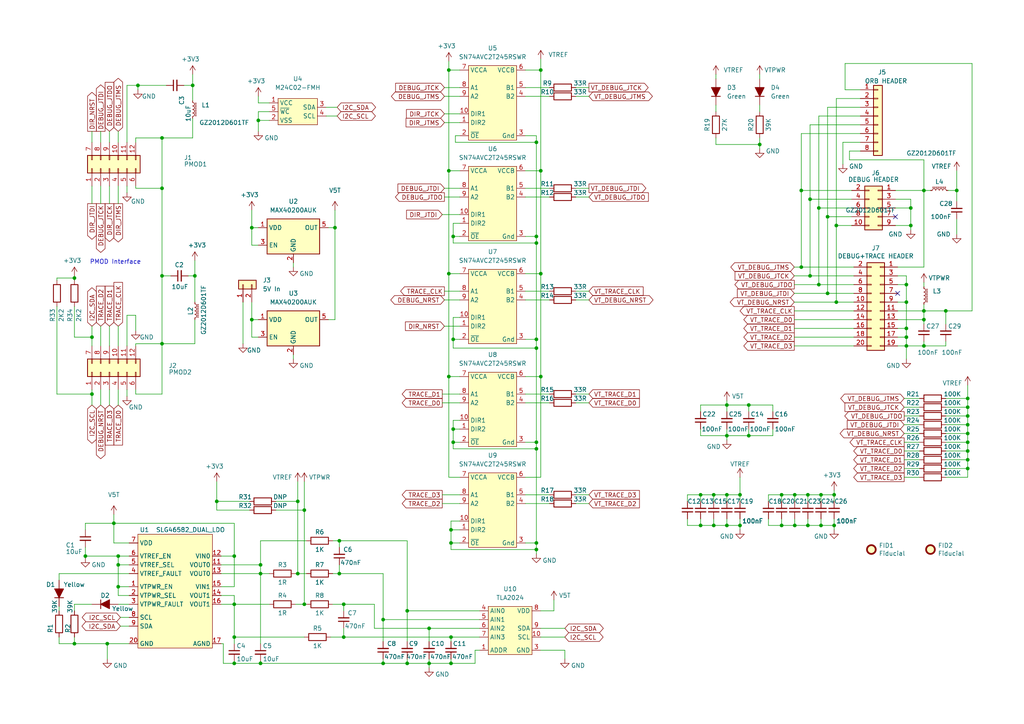
<source format=kicad_sch>
(kicad_sch (version 20211123) (generator eeschema)
  (paper "A4")
  (title_block (title "JTAG/SWD/TRACE Breakout for dual PMOD") (date "2022-10-31") (rev "2.0.0") (company "Orbcode"))
  (junction (at 207.01 143.51))
  (junction (at 74.93 34.925))
  (junction (at 33.02 151.765))
  (junction (at 86.36 166.37))
  (junction (at 67.945 184.785))
  (junction (at 46.99 40.005))
  (junction (at 267.97 92.71))
  (junction (at 237.49 60.325))
  (junction (at 130.81 153.67))
  (junction (at 238.125 143.51))
  (junction (at 40.005 24.765))
  (junction (at 21.59 186.69))
  (junction (at 207.01 152.4))
  (junction (at 31.115 186.69))
  (junction (at 156.845 109.22))
  (junction (at 217.17 126.365))
  (junction (at 237.49 82.55))
  (junction (at 111.125 179.705))
  (junction (at 241.935 152.4))
  (junction (at 99.695 175.26))
  (junction (at 267.97 55.245))
  (junction (at 130.175 49.53))
  (junction (at 234.315 143.51))
  (junction (at 214.63 143.51))
  (junction (at 156.845 49.53))
  (junction (at 234.315 152.4))
  (junction (at 130.81 184.785))
  (junction (at 240.03 62.865))
  (junction (at 73.025 66.04))
  (junction (at 230.505 143.51))
  (junction (at 46.99 99.695))
  (junction (at 242.57 87.63))
  (junction (at 267.97 90.17))
  (junction (at 97.155 66.04))
  (junction (at 280.67 123.19))
  (junction (at 46.99 54.61))
  (junction (at 203.2 152.4))
  (junction (at 130.175 109.22))
  (junction (at 267.97 100.33))
  (junction (at 220.345 41.91))
  (junction (at 155.575 100.965))
  (junction (at 130.175 20.32))
  (junction (at 232.41 55.245))
  (junction (at 280.67 130.81))
  (junction (at 124.46 182.245))
  (junction (at 131.445 98.425))
  (junction (at 46.99 80.01))
  (junction (at 75.565 163.83))
  (junction (at 280.67 125.73))
  (junction (at 130.175 79.375))
  (junction (at 118.11 192.405))
  (junction (at 130.81 192.405))
  (junction (at 155.575 128.27))
  (junction (at 232.41 77.47))
  (junction (at 130.81 157.48))
  (junction (at 203.2 143.51))
  (junction (at 262.89 95.25))
  (junction (at 131.445 128.27))
  (junction (at 262.89 87.63))
  (junction (at 226.695 143.51))
  (junction (at 131.445 68.58))
  (junction (at 277.495 55.245))
  (junction (at 280.67 115.57))
  (junction (at 240.03 85.09))
  (junction (at 55.88 24.765))
  (junction (at 234.95 80.01))
  (junction (at 88.265 147.955))
  (junction (at 99.695 184.785))
  (junction (at 210.82 117.475))
  (junction (at 234.95 57.785))
  (junction (at 34.29 163.83))
  (junction (at 124.46 192.405))
  (junction (at 238.125 152.4))
  (junction (at 156.845 79.375))
  (junction (at 86.36 145.415))
  (junction (at 155.575 41.275))
  (junction (at 34.29 170.18))
  (junction (at 226.695 152.4))
  (junction (at 280.67 120.65))
  (junction (at 242.57 65.405))
  (junction (at 155.575 70.485))
  (junction (at 26.67 97.79))
  (junction (at 111.125 192.405))
  (junction (at 67.945 192.405))
  (junction (at 230.505 152.4))
  (junction (at 155.575 159.385))
  (junction (at 210.82 152.4))
  (junction (at 214.63 152.4))
  (junction (at 155.575 68.58))
  (junction (at 75.565 166.37))
  (junction (at 274.32 90.17))
  (junction (at 34.29 161.29))
  (junction (at 262.89 97.79))
  (junction (at 155.575 130.175))
  (junction (at 67.945 161.29))
  (junction (at 262.89 82.55))
  (junction (at 98.425 156.845))
  (junction (at 26.67 114.3))
  (junction (at 217.17 117.475))
  (junction (at 280.67 118.11))
  (junction (at 155.575 157.48))
  (junction (at 131.445 124.46))
  (junction (at 75.565 192.405))
  (junction (at 210.82 126.365))
  (junction (at 62.865 145.415))
  (junction (at 210.82 143.51))
  (junction (at 98.425 166.37))
  (junction (at 67.945 175.26))
  (junction (at 264.16 65.405))
  (junction (at 264.16 60.325))
  (junction (at 155.575 98.425))
  (junction (at 73.025 92.71))
  (junction (at 156.845 20.32))
  (junction (at 21.59 80.645))
  (junction (at 280.67 135.89))
  (junction (at 241.935 143.51))
  (junction (at 280.67 128.27))
  (junction (at 24.765 161.29))
  (junction (at 88.265 175.26))
  (junction (at 262.89 100.33))
  (junction (at 280.67 133.35))
  (junction (at 56.515 80.01))
  (junction (at 118.11 177.165))
  (no_connect (at 260.35 85.09))
  (no_connect (at 259.715 62.865))
  (wire (pts (xy 155.575 98.425) (xy 155.575 100.965)))
  (wire (pts (xy 156.845 184.785) (xy 163.83 184.785)))
  (wire (pts (xy 262.255 128.27) (xy 266.7 128.27)))
  (wire (pts (xy 67.945 175.26) (xy 78.105 175.26)))
  (wire (pts (xy 210.82 116.205) (xy 210.82 117.475)))
  (wire (pts (xy 75.565 156.845) (xy 75.565 163.83)))
  (wire (pts (xy 39.37 41.275) (xy 39.37 40.005)))
  (wire (pts (xy 245.11 18.415) (xy 245.11 26.035)))
  (wire (pts (xy 26.67 97.79) (xy 26.67 100.33)))
  (wire (pts (xy 31.75 53.975) (xy 31.75 59.055)))
  (wire (pts (xy 237.49 60.325) (xy 237.49 33.655)))
  (wire (pts (xy 98.425 156.845) (xy 98.425 158.75)))
  (wire (pts (xy 34.29 170.18) (xy 34.29 172.72)))
  (wire (pts (xy 130.81 184.785) (xy 139.065 184.785)))
  (wire (pts (xy 64.135 186.69) (xy 64.77 186.69)))
  (wire (pts (xy 96.52 156.845) (xy 98.425 156.845)))
  (wire (pts (xy 26.67 53.975) (xy 26.67 59.055)))
  (wire (pts (xy 62.865 145.415) (xy 72.39 145.415)))
  (wire (pts (xy 152.4 68.58) (xy 155.575 68.58)))
  (wire (pts (xy 128.905 33.02) (xy 133.35 33.02)))
  (wire (pts (xy 34.29 53.975) (xy 34.29 59.055)))
  (wire (pts (xy 95.25 66.04) (xy 97.155 66.04)))
  (wire (pts (xy 64.135 163.83) (xy 75.565 163.83)))
  (wire (pts (xy 232.41 77.47) (xy 247.65 77.47)))
  (wire (pts (xy 39.37 95.885) (xy 39.37 91.44)))
  (wire (pts (xy 128.27 62.23) (xy 133.35 62.23)))
  (wire (pts (xy 133.35 98.425) (xy 131.445 98.425)))
  (wire (pts (xy 137.795 188.595) (xy 137.795 192.405)))
  (wire (pts (xy 247.65 82.55) (xy 237.49 82.55)))
  (wire (pts (xy 37.465 170.18) (xy 34.29 170.18)))
  (wire (pts (xy 128.27 143.51) (xy 133.35 143.51)))
  (wire (pts (xy 130.175 49.53) (xy 130.175 79.375)))
  (wire (pts (xy 130.81 184.785) (xy 130.81 186.055)))
  (wire (pts (xy 244.475 41.275) (xy 249.555 41.275)))
  (wire (pts (xy 230.378 80.01) (xy 234.95 80.01)))
  (wire (pts (xy 267.97 100.33) (xy 267.97 99.06)))
  (wire (pts (xy 224.155 124.46) (xy 224.155 126.365)))
  (wire (pts (xy 29.21 94.615) (xy 29.21 100.33)))
  (wire (pts (xy 232.41 55.245) (xy 232.41 77.47)))
  (wire (pts (xy 64.77 186.69) (xy 64.77 192.405)))
  (wire (pts (xy 133.35 64.77) (xy 131.445 64.77)))
  (wire (pts (xy 55.88 21.59) (xy 55.88 24.765)))
  (wire (pts (xy 274.32 118.11) (xy 280.67 118.11)))
  (wire (pts (xy 163.83 191.135) (xy 163.83 188.595)))
  (wire (pts (xy 260.35 97.79) (xy 262.89 97.79)))
  (wire (pts (xy 73.025 97.79) (xy 74.93 97.79)))
  (wire (pts (xy 240.03 62.865) (xy 240.03 85.09)))
  (wire (pts (xy 17.145 175.895) (xy 17.145 177.165)))
  (wire (pts (xy 130.81 153.67) (xy 133.35 153.67)))
  (wire (pts (xy 85.725 175.26) (xy 88.265 175.26)))
  (wire (pts (xy 230.378 82.55) (xy 237.49 82.55)))
  (wire (pts (xy 73.025 66.04) (xy 73.025 71.12)))
  (wire (pts (xy 31.115 186.69) (xy 37.465 186.69)))
  (wire (pts (xy 88.265 147.955) (xy 88.265 175.26)))
  (wire (pts (xy 29.21 113.03) (xy 29.21 117.475)))
  (wire (pts (xy 234.315 150.495) (xy 234.315 152.4)))
  (wire (pts (xy 17.145 186.69) (xy 21.59 186.69)))
  (wire (pts (xy 67.945 191.77) (xy 67.945 192.405)))
  (wire (pts (xy 75.565 166.37) (xy 75.565 186.69)))
  (wire (pts (xy 210.82 143.51) (xy 214.63 143.51)))
  (wire (pts (xy 240.03 31.115) (xy 249.555 31.115)))
  (wire (pts (xy 55.88 24.765) (xy 55.88 29.21)))
  (wire (pts (xy 267.97 100.33) (xy 274.32 100.33)))
  (wire (pts (xy 75.565 166.37) (xy 78.105 166.37)))
  (wire (pts (xy 241.935 142.24) (xy 241.935 143.51)))
  (wire (pts (xy 260.35 100.33) (xy 262.89 100.33)))
  (wire (pts (xy 40.005 24.765) (xy 48.26 24.765)))
  (wire (pts (xy 118.11 191.135) (xy 118.11 192.405)))
  (wire (pts (xy 167.005 86.995) (xy 170.815 86.995)))
  (wire (pts (xy 207.645 41.91) (xy 207.645 40.005)))
  (wire (pts (xy 210.82 124.46) (xy 210.82 126.365)))
  (wire (pts (xy 130.81 151.13) (xy 130.81 153.67)))
  (wire (pts (xy 152.4 27.94) (xy 159.385 27.94)))
  (wire (pts (xy 34.925 181.61) (xy 37.465 181.61)))
  (wire (pts (xy 237.49 60.325) (xy 237.49 82.55)))
  (wire (pts (xy 85.725 166.37) (xy 86.36 166.37)))
  (wire (pts (xy 67.945 172.72) (xy 67.945 175.26)))
  (wire (pts (xy 62.865 147.955) (xy 62.865 145.415)))
  (wire (pts (xy 267.97 92.71) (xy 260.35 92.71)))
  (wire (pts (xy 67.945 192.405) (xy 75.565 192.405)))
  (wire (pts (xy 234.95 57.785) (xy 247.015 57.785)))
  (wire (pts (xy 274.32 125.73) (xy 280.67 125.73)))
  (wire (pts (xy 131.445 124.46) (xy 131.445 128.27)))
  (wire (pts (xy 274.32 138.43) (xy 280.67 138.43)))
  (wire (pts (xy 64.77 192.405) (xy 67.945 192.405)))
  (wire (pts (xy 39.37 53.975) (xy 39.37 54.61)))
  (wire (pts (xy 274.32 90.17) (xy 267.97 90.17)))
  (wire (pts (xy 280.67 115.57) (xy 274.32 115.57)))
  (wire (pts (xy 39.37 54.61) (xy 46.99 54.61)))
  (wire (pts (xy 46.99 80.01) (xy 46.99 99.695)))
  (wire (pts (xy 86.36 166.37) (xy 88.9 166.37)))
  (wire (pts (xy 74.93 27.94) (xy 74.93 29.845)))
  (wire (pts (xy 210.82 143.51) (xy 210.82 145.415)))
  (wire (pts (xy 220.345 21.59) (xy 220.345 22.86)))
  (wire (pts (xy 46.99 114.3) (xy 46.99 99.695)))
  (wire (pts (xy 274.32 90.17) (xy 281.94 90.17)))
  (wire (pts (xy 54.61 80.01) (xy 56.515 80.01)))
  (wire (pts (xy 155.575 41.275) (xy 155.575 68.58)))
  (wire (pts (xy 152.4 114.3) (xy 159.385 114.3)))
  (wire (pts (xy 262.255 130.81) (xy 266.7 130.81)))
  (wire (pts (xy 199.39 143.51) (xy 199.39 145.415)))
  (wire (pts (xy 280.67 130.81) (xy 280.67 133.35)))
  (wire (pts (xy 152.4 54.61) (xy 159.385 54.61)))
  (wire (pts (xy 96.52 175.26) (xy 99.695 175.26)))
  (wire (pts (xy 264.16 65.405) (xy 264.16 60.325)))
  (wire (pts (xy 281.94 18.415) (xy 281.94 90.17)))
  (wire (pts (xy 133.35 92.075) (xy 131.445 92.075)))
  (wire (pts (xy 280.67 118.11) (xy 280.67 120.65)))
  (wire (pts (xy 238.125 150.495) (xy 238.125 152.4)))
  (wire (pts (xy 167.005 116.84) (xy 170.815 116.84)))
  (wire (pts (xy 73.025 71.12) (xy 74.93 71.12)))
  (wire (pts (xy 262.89 95.25) (xy 260.35 95.25)))
  (wire (pts (xy 99.695 175.26) (xy 108.585 175.26)))
  (wire (pts (xy 34.29 94.615) (xy 34.29 100.33)))
  (wire (pts (xy 128.905 25.4) (xy 133.35 25.4)))
  (wire (pts (xy 108.585 182.245) (xy 124.46 182.245)))
  (wire (pts (xy 246.38 46.355) (xy 267.97 46.355)))
  (wire (pts (xy 128.27 114.3) (xy 133.35 114.3)))
  (wire (pts (xy 133.35 39.37) (xy 132.08 39.37)))
  (wire (pts (xy 133.35 151.13) (xy 130.81 151.13)))
  (wire (pts (xy 264.16 66.675) (xy 264.16 65.405)))
  (wire (pts (xy 99.695 175.26) (xy 99.695 177.165)))
  (wire (pts (xy 152.4 109.22) (xy 156.845 109.22)))
  (wire (pts (xy 24.765 151.765) (xy 33.02 151.765)))
  (wire (pts (xy 207.01 152.4) (xy 210.82 152.4)))
  (wire (pts (xy 247.65 90.17) (xy 230.378 90.17)))
  (wire (pts (xy 277.495 49.53) (xy 277.495 55.245)))
  (wire (pts (xy 224.155 117.475) (xy 217.17 117.475)))
  (wire (pts (xy 26.67 175.26) (xy 21.59 175.26)))
  (wire (pts (xy 156.845 138.43) (xy 156.845 109.22)))
  (wire (pts (xy 155.575 159.385) (xy 155.575 160.655)))
  (wire (pts (xy 203.2 119.38) (xy 203.2 117.475)))
  (wire (pts (xy 260.35 80.01) (xy 262.89 80.01)))
  (wire (pts (xy 33.02 151.765) (xy 33.02 157.48)))
  (wire (pts (xy 74.93 32.385) (xy 74.93 34.925)))
  (wire (pts (xy 247.015 65.405) (xy 242.57 65.405)))
  (wire (pts (xy 124.46 191.135) (xy 124.46 192.405)))
  (wire (pts (xy 88.265 184.785) (xy 67.945 184.785)))
  (wire (pts (xy 88.265 139.7) (xy 88.265 147.955)))
  (wire (pts (xy 234.95 57.785) (xy 234.95 36.195)))
  (wire (pts (xy 131.445 98.425) (xy 131.445 100.965)))
  (wire (pts (xy 73.025 60.96) (xy 73.025 66.04)))
  (wire (pts (xy 262.89 100.33) (xy 267.97 100.33)))
  (wire (pts (xy 86.36 139.7) (xy 86.36 145.415)))
  (wire (pts (xy 203.2 143.51) (xy 207.01 143.51)))
  (wire (pts (xy 220.345 41.91) (xy 207.645 41.91)))
  (wire (pts (xy 242.57 28.575) (xy 249.555 28.575)))
  (wire (pts (xy 155.575 39.37) (xy 155.575 41.275)))
  (wire (pts (xy 217.17 117.475) (xy 217.17 119.38)))
  (wire (pts (xy 222.885 143.51) (xy 226.695 143.51)))
  (wire (pts (xy 241.935 152.4) (xy 241.935 153.67)))
  (wire (pts (xy 247.65 95.25) (xy 230.378 95.25)))
  (wire (pts (xy 130.175 20.32) (xy 130.175 49.53)))
  (wire (pts (xy 156.845 49.53) (xy 156.845 20.32)))
  (wire (pts (xy 262.89 87.63) (xy 262.89 82.55)))
  (wire (pts (xy 245.11 18.415) (xy 281.94 18.415)))
  (wire (pts (xy 262.255 138.43) (xy 266.7 138.43)))
  (wire (pts (xy 155.575 128.27) (xy 155.575 130.175)))
  (wire (pts (xy 280.67 111.76) (xy 280.67 115.57)))
  (wire (pts (xy 21.59 186.69) (xy 31.115 186.69)))
  (wire (pts (xy 167.005 143.51) (xy 170.815 143.51)))
  (wire (pts (xy 131.445 64.77) (xy 131.445 68.58)))
  (wire (pts (xy 67.945 151.765) (xy 33.02 151.765)))
  (wire (pts (xy 46.99 99.695) (xy 56.515 99.695)))
  (wire (pts (xy 130.81 192.405) (xy 137.795 192.405)))
  (wire (pts (xy 240.03 62.865) (xy 240.03 31.115)))
  (wire (pts (xy 108.585 182.245) (xy 108.585 175.26)))
  (wire (pts (xy 280.67 133.35) (xy 280.67 135.89)))
  (wire (pts (xy 67.945 175.26) (xy 64.135 175.26)))
  (wire (pts (xy 262.255 125.73) (xy 266.7 125.73)))
  (wire (pts (xy 130.175 109.22) (xy 130.175 79.375)))
  (wire (pts (xy 46.99 54.61) (xy 46.99 80.01)))
  (wire (pts (xy 220.345 41.91) (xy 220.345 43.18)))
  (wire (pts (xy 262.89 95.25) (xy 262.89 87.63)))
  (wire (pts (xy 67.945 161.29) (xy 67.945 151.765)))
  (wire (pts (xy 152.4 138.43) (xy 156.845 138.43)))
  (wire (pts (xy 26.67 113.03) (xy 26.67 114.3)))
  (wire (pts (xy 234.315 152.4) (xy 238.125 152.4)))
  (wire (pts (xy 156.845 177.165) (xy 160.655 177.165)))
  (wire (pts (xy 46.99 54.61) (xy 46.99 40.005)))
  (wire (pts (xy 222.885 150.495) (xy 222.885 152.4)))
  (wire (pts (xy 118.11 177.165) (xy 139.065 177.165)))
  (wire (pts (xy 226.695 150.495) (xy 226.695 152.4)))
  (wire (pts (xy 155.575 157.48) (xy 152.4 157.48)))
  (wire (pts (xy 26.67 114.3) (xy 26.67 117.475)))
  (wire (pts (xy 99.695 182.245) (xy 99.695 184.785)))
  (wire (pts (xy 85.09 102.87) (xy 85.09 104.14)))
  (wire (pts (xy 34.29 113.03) (xy 34.29 117.475)))
  (wire (pts (xy 232.41 55.245) (xy 247.015 55.245)))
  (wire (pts (xy 118.11 192.405) (xy 124.46 192.405)))
  (wire (pts (xy 118.11 156.845) (xy 118.11 177.165)))
  (wire (pts (xy 33.02 149.225) (xy 33.02 151.765)))
  (wire (pts (xy 274.32 133.35) (xy 280.67 133.35)))
  (wire (pts (xy 152.4 128.27) (xy 155.575 128.27)))
  (wire (pts (xy 214.63 152.4) (xy 214.63 153.67)))
  (wire (pts (xy 97.155 92.71) (xy 95.25 92.71)))
  (wire (pts (xy 34.29 172.72) (xy 37.465 172.72)))
  (wire (pts (xy 234.95 57.785) (xy 234.95 80.01)))
  (wire (pts (xy 36.83 24.765) (xy 36.83 41.275)))
  (wire (pts (xy 132.08 39.37) (xy 132.08 41.275)))
  (wire (pts (xy 24.765 153.67) (xy 24.765 151.765)))
  (wire (pts (xy 39.37 100.33) (xy 39.37 99.695)))
  (wire (pts (xy 94.615 33.655) (xy 97.79 33.655)))
  (wire (pts (xy 130.175 109.22) (xy 133.35 109.22)))
  (wire (pts (xy 124.46 182.245) (xy 124.46 186.055)))
  (wire (pts (xy 262.89 82.55) (xy 260.35 82.55)))
  (wire (pts (xy 21.59 88.9) (xy 21.59 97.79)))
  (wire (pts (xy 111.125 192.405) (xy 118.11 192.405)))
  (wire (pts (xy 128.905 94.615) (xy 133.35 94.615)))
  (wire (pts (xy 130.81 153.67) (xy 130.81 157.48)))
  (wire (pts (xy 207.01 143.51) (xy 210.82 143.51)))
  (wire (pts (xy 214.63 138.43) (xy 214.63 143.51)))
  (wire (pts (xy 210.82 126.365) (xy 203.2 126.365)))
  (wire (pts (xy 155.575 68.58) (xy 155.575 70.485)))
  (wire (pts (xy 207.01 143.51) (xy 207.01 145.415)))
  (wire (pts (xy 262.89 87.63) (xy 260.35 87.63)))
  (wire (pts (xy 97.155 66.04) (xy 97.155 92.71)))
  (wire (pts (xy 16.51 88.9) (xy 16.51 114.3)))
  (wire (pts (xy 230.505 152.4) (xy 234.315 152.4)))
  (wire (pts (xy 224.155 117.475) (xy 224.155 119.38)))
  (wire (pts (xy 36.83 24.765) (xy 40.005 24.765)))
  (wire (pts (xy 62.865 145.415) (xy 62.865 139.7)))
  (wire (pts (xy 152.4 49.53) (xy 156.845 49.53)))
  (wire (pts (xy 56.515 80.01) (xy 56.515 87.63)))
  (wire (pts (xy 34.29 161.29) (xy 34.29 163.83)))
  (wire (pts (xy 222.885 145.415) (xy 222.885 143.51)))
  (wire (pts (xy 262.255 123.19) (xy 266.7 123.19)))
  (wire (pts (xy 128.905 54.61) (xy 133.35 54.61)))
  (wire (pts (xy 17.145 184.785) (xy 17.145 186.69)))
  (wire (pts (xy 230.378 87.63) (xy 242.57 87.63)))
  (wire (pts (xy 111.125 166.37) (xy 111.125 179.705)))
  (wire (pts (xy 111.125 179.705) (xy 139.065 179.705)))
  (wire (pts (xy 238.125 143.51) (xy 241.935 143.51)))
  (wire (pts (xy 34.29 163.83) (xy 34.29 170.18)))
  (wire (pts (xy 36.83 91.44) (xy 39.37 91.44)))
  (wire (pts (xy 203.2 143.51) (xy 203.2 145.415)))
  (wire (pts (xy 262.89 100.33) (xy 262.89 97.79)))
  (wire (pts (xy 130.81 191.135) (xy 130.81 192.405)))
  (wire (pts (xy 95.885 184.785) (xy 99.695 184.785)))
  (wire (pts (xy 128.905 27.94) (xy 133.35 27.94)))
  (wire (pts (xy 21.59 97.79) (xy 26.67 97.79)))
  (wire (pts (xy 98.425 166.37) (xy 111.125 166.37)))
  (wire (pts (xy 156.845 17.145) (xy 156.845 20.32)))
  (wire (pts (xy 207.01 150.495) (xy 207.01 152.4)))
  (wire (pts (xy 230.505 143.51) (xy 230.505 145.415)))
  (wire (pts (xy 64.135 172.72) (xy 67.945 172.72)))
  (wire (pts (xy 245.11 26.035) (xy 249.555 26.035)))
  (wire (pts (xy 67.945 184.785) (xy 67.945 186.69)))
  (wire (pts (xy 267.97 55.245) (xy 267.97 77.47)))
  (wire (pts (xy 210.82 126.365) (xy 210.82 127.635)))
  (wire (pts (xy 247.65 100.33) (xy 230.378 100.33)))
  (wire (pts (xy 130.175 49.53) (xy 133.35 49.53)))
  (wire (pts (xy 29.21 53.975) (xy 29.21 59.055)))
  (wire (pts (xy 155.575 70.485) (xy 155.575 98.425)))
  (wire (pts (xy 152.4 143.51) (xy 159.385 143.51)))
  (wire (pts (xy 230.378 77.47) (xy 232.41 77.47)))
  (wire (pts (xy 259.715 57.785) (xy 264.16 57.785)))
  (wire (pts (xy 78.105 32.385) (xy 74.93 32.385)))
  (wire (pts (xy 80.01 147.955) (xy 88.265 147.955)))
  (wire (pts (xy 67.945 184.785) (xy 67.945 175.26)))
  (wire (pts (xy 203.2 150.495) (xy 203.2 152.4)))
  (wire (pts (xy 167.005 146.05) (xy 170.815 146.05)))
  (wire (pts (xy 73.025 92.71) (xy 74.93 92.71)))
  (wire (pts (xy 226.695 152.4) (xy 230.505 152.4)))
  (wire (pts (xy 64.135 166.37) (xy 75.565 166.37)))
  (wire (pts (xy 220.345 30.48) (xy 220.345 32.385)))
  (wire (pts (xy 262.255 118.11) (xy 266.7 118.11)))
  (wire (pts (xy 152.4 79.375) (xy 156.845 79.375)))
  (wire (pts (xy 67.945 161.29) (xy 64.135 161.29)))
  (wire (pts (xy 99.695 184.785) (xy 130.81 184.785)))
  (wire (pts (xy 64.135 170.18) (xy 67.945 170.18)))
  (wire (pts (xy 199.39 150.495) (xy 199.39 152.4)))
  (wire (pts (xy 167.005 114.3) (xy 170.815 114.3)))
  (wire (pts (xy 26.67 94.615) (xy 26.67 97.79)))
  (wire (pts (xy 214.63 143.51) (xy 214.63 145.415)))
  (wire (pts (xy 224.155 126.365) (xy 217.17 126.365)))
  (wire (pts (xy 247.65 97.79) (xy 230.378 97.79)))
  (wire (pts (xy 124.46 192.405) (xy 124.46 193.675)))
  (wire (pts (xy 226.695 143.51) (xy 226.695 145.415)))
  (wire (pts (xy 137.795 188.595) (xy 139.065 188.595)))
  (wire (pts (xy 152.4 25.4) (xy 159.385 25.4)))
  (wire (pts (xy 73.025 66.04) (xy 74.93 66.04)))
  (wire (pts (xy 234.315 143.51) (xy 234.315 145.415)))
  (wire (pts (xy 264.16 57.785) (xy 264.16 60.325)))
  (wire (pts (xy 234.315 143.51) (xy 238.125 143.51)))
  (wire (pts (xy 274.32 120.65) (xy 280.67 120.65)))
  (wire (pts (xy 267.97 55.245) (xy 259.715 55.245)))
  (wire (pts (xy 39.37 40.005) (xy 46.99 40.005)))
  (wire (pts (xy 111.125 179.705) (xy 111.125 186.055)))
  (wire (pts (xy 131.445 92.075) (xy 131.445 98.425)))
  (wire (pts (xy 34.29 175.26) (xy 37.465 175.26)))
  (wire (pts (xy 88.9 156.845) (xy 75.565 156.845)))
  (wire (pts (xy 264.16 60.325) (xy 259.715 60.325)))
  (wire (pts (xy 17.145 168.275) (xy 17.145 166.37)))
  (wire (pts (xy 241.935 152.4) (xy 241.935 150.495)))
  (wire (pts (xy 262.89 82.55) (xy 262.89 80.01)))
  (wire (pts (xy 24.765 161.29) (xy 34.29 161.29)))
  (wire (pts (xy 267.97 90.17) (xy 260.35 90.17)))
  (wire (pts (xy 36.83 100.33) (xy 36.83 91.44)))
  (wire (pts (xy 75.565 191.77) (xy 75.565 192.405)))
  (wire (pts (xy 26.67 38.1) (xy 26.67 41.275)))
  (wire (pts (xy 160.655 177.165) (xy 160.655 173.99)))
  (wire (pts (xy 249.555 43.815) (xy 246.38 43.815)))
  (wire (pts (xy 267.97 55.245) (xy 269.875 55.245)))
  (wire (pts (xy 241.935 143.51) (xy 241.935 145.415)))
  (wire (pts (xy 232.41 38.735) (xy 232.41 55.245)))
  (wire (pts (xy 53.34 24.765) (xy 55.88 24.765)))
  (wire (pts (xy 70.485 87.63) (xy 70.485 99.695)))
  (wire (pts (xy 262.255 133.35) (xy 266.7 133.35)))
  (wire (pts (xy 267.97 88.265) (xy 267.97 90.17)))
  (wire (pts (xy 97.155 60.96) (xy 97.155 66.04)))
  (wire (pts (xy 280.67 128.27) (xy 280.67 130.81)))
  (wire (pts (xy 280.67 115.57) (xy 280.67 118.11)))
  (wire (pts (xy 130.175 79.375) (xy 133.35 79.375)))
  (wire (pts (xy 247.65 87.63) (xy 242.57 87.63)))
  (wire (pts (xy 247.015 60.325) (xy 237.49 60.325)))
  (wire (pts (xy 238.125 152.4) (xy 241.935 152.4)))
  (wire (pts (xy 262.255 120.65) (xy 266.7 120.65)))
  (wire (pts (xy 238.125 143.51) (xy 238.125 145.415)))
  (wire (pts (xy 39.37 99.695) (xy 46.99 99.695)))
  (wire (pts (xy 80.01 145.415) (xy 86.36 145.415)))
  (wire (pts (xy 16.51 114.3) (xy 26.67 114.3)))
  (wire (pts (xy 152.4 84.455) (xy 159.385 84.455)))
  (wire (pts (xy 280.67 123.19) (xy 280.67 125.73)))
  (wire (pts (xy 128.27 146.05) (xy 133.35 146.05)))
  (wire (pts (xy 262.89 97.79) (xy 262.89 95.25)))
  (wire (pts (xy 152.4 86.995) (xy 159.385 86.995)))
  (wire (pts (xy 203.2 152.4) (xy 207.01 152.4)))
  (wire (pts (xy 128.905 35.56) (xy 133.35 35.56)))
  (wire (pts (xy 230.505 150.495) (xy 230.505 152.4)))
  (wire (pts (xy 230.505 143.51) (xy 234.315 143.51)))
  (wire (pts (xy 155.575 159.385) (xy 155.575 157.48)))
  (wire (pts (xy 267.97 77.47) (xy 260.35 77.47)))
  (wire (pts (xy 242.57 65.405) (xy 242.57 28.575)))
  (wire (pts (xy 31.75 38.1) (xy 31.75 41.275)))
  (wire (pts (xy 207.645 21.59) (xy 207.645 22.86)))
  (wire (pts (xy 75.565 163.83) (xy 75.565 166.37)))
  (wire (pts (xy 16.51 80.645) (xy 21.59 80.645)))
  (wire (pts (xy 156.845 79.375) (xy 156.845 49.53)))
  (wire (pts (xy 156.845 109.22) (xy 156.845 79.375)))
  (wire (pts (xy 210.82 152.4) (xy 214.63 152.4)))
  (wire (pts (xy 226.695 143.51) (xy 230.505 143.51)))
  (wire (pts (xy 274.32 128.27) (xy 280.67 128.27)))
  (wire (pts (xy 274.955 55.245) (xy 277.495 55.245)))
  (wire (pts (xy 131.445 100.965) (xy 155.575 100.965)))
  (wire (pts (xy 247.65 92.71) (xy 230.378 92.71)))
  (wire (pts (xy 133.35 157.48) (xy 130.81 157.48)))
  (wire (pts (xy 234.95 80.01) (xy 247.65 80.01)))
  (wire (pts (xy 130.81 157.48) (xy 130.81 159.385)))
  (wire (pts (xy 199.39 143.51) (xy 203.2 143.51)))
  (wire (pts (xy 217.17 126.365) (xy 210.82 126.365)))
  (wire (pts (xy 155.575 100.965) (xy 155.575 128.27)))
  (wire (pts (xy 16.51 81.28) (xy 16.51 80.645)))
  (wire (pts (xy 267.97 92.71) (xy 267.97 90.17)))
  (wire (pts (xy 152.4 57.15) (xy 159.385 57.15)))
  (wire (pts (xy 130.175 20.32) (xy 133.35 20.32)))
  (wire (pts (xy 156.845 20.32) (xy 152.4 20.32)))
  (wire (pts (xy 34.29 38.1) (xy 34.29 41.275)))
  (wire (pts (xy 31.75 113.03) (xy 31.75 117.475)))
  (wire (pts (xy 156.845 182.245) (xy 163.83 182.245)))
  (wire (pts (xy 85.09 76.2) (xy 85.09 77.47)))
  (wire (pts (xy 274.32 90.17) (xy 274.32 93.98)))
  (wire (pts (xy 31.115 186.69) (xy 31.115 191.135)))
  (wire (pts (xy 24.765 158.75) (xy 24.765 161.29)))
  (wire (pts (xy 203.2 126.365) (xy 203.2 124.46)))
  (wire (pts (xy 36.83 53.975) (xy 36.83 55.88)))
  (wire (pts (xy 274.32 130.81) (xy 280.67 130.81)))
  (wire (pts (xy 262.255 115.57) (xy 266.7 115.57)))
  (wire (pts (xy 210.82 150.495) (xy 210.82 152.4)))
  (wire (pts (xy 39.37 114.3) (xy 46.99 114.3)))
  (wire (pts (xy 163.83 188.595) (xy 156.845 188.595)))
  (wire (pts (xy 207.645 30.48) (xy 207.645 32.385)))
  (wire (pts (xy 246.38 43.815) (xy 246.38 46.355)))
  (wire (pts (xy 98.425 163.83) (xy 98.425 166.37)))
  (wire (pts (xy 34.29 163.83) (xy 37.465 163.83)))
  (wire (pts (xy 247.015 62.865) (xy 240.03 62.865)))
  (wire (pts (xy 39.37 113.03) (xy 39.37 114.3)))
  (wire (pts (xy 98.425 156.845) (xy 118.11 156.845)))
  (wire (pts (xy 152.4 98.425) (xy 155.575 98.425)))
  (wire (pts (xy 46.99 40.005) (xy 55.88 40.005)))
  (wire (pts (xy 21.59 175.26) (xy 21.59 177.165)))
  (wire (pts (xy 133.35 138.43) (xy 130.175 138.43)))
  (wire (pts (xy 128.905 84.455) (xy 133.35 84.455)))
  (wire (pts (xy 131.445 130.175) (xy 155.575 130.175)))
  (wire (pts (xy 131.445 70.485) (xy 155.575 70.485)))
  (wire (pts (xy 128.905 57.15) (xy 133.35 57.15)))
  (wire (pts (xy 56.515 99.695) (xy 56.515 92.71)))
  (wire (pts (xy 74.93 34.925) (xy 74.93 38.1)))
  (wire (pts (xy 167.005 27.94) (xy 170.815 27.94)))
  (wire (pts (xy 96.52 166.37) (xy 98.425 166.37)))
  (wire (pts (xy 152.4 146.05) (xy 159.385 146.05)))
  (wire (pts (xy 274.32 100.33) (xy 274.32 99.06)))
  (wire (pts (xy 86.36 145.415) (xy 86.36 166.37)))
  (wire (pts (xy 130.175 138.43) (xy 130.175 109.22)))
  (wire (pts (xy 152.4 116.84) (xy 159.385 116.84)))
  (wire (pts (xy 199.39 152.4) (xy 203.2 152.4)))
  (wire (pts (xy 267.97 93.98) (xy 267.97 92.71)))
  (wire (pts (xy 222.885 152.4) (xy 226.695 152.4)))
  (wire (pts (xy 46.99 80.01) (xy 49.53 80.01)))
  (wire (pts (xy 277.495 63.5) (xy 277.495 67.945)))
  (wire (pts (xy 111.125 191.135) (xy 111.125 192.405)))
  (wire (pts (xy 167.005 54.61) (xy 170.815 54.61)))
  (wire (pts (xy 131.445 68.58) (xy 131.445 70.485)))
  (wire (pts (xy 128.905 86.995) (xy 133.35 86.995)))
  (wire (pts (xy 118.11 177.165) (xy 118.11 186.055)))
  (wire (pts (xy 259.715 65.405) (xy 264.16 65.405)))
  (wire (pts (xy 130.81 159.385) (xy 155.575 159.385)))
  (wire (pts (xy 29.21 38.1) (xy 29.21 41.275)))
  (wire (pts (xy 280.67 125.73) (xy 280.67 128.27)))
  (wire (pts (xy 242.57 65.405) (xy 242.57 87.63)))
  (wire (pts (xy 237.49 33.655) (xy 249.555 33.655)))
  (wire (pts (xy 128.27 116.84) (xy 133.35 116.84)))
  (wire (pts (xy 21.59 80.645) (xy 21.59 81.28)))
  (wire (pts (xy 133.35 128.27) (xy 131.445 128.27)))
  (wire (pts (xy 217.17 117.475) (xy 210.82 117.475)))
  (wire (pts (xy 220.345 40.005) (xy 220.345 41.91)))
  (wire (pts (xy 274.32 135.89) (xy 280.67 135.89)))
  (wire (pts (xy 244.475 47.625) (xy 244.475 41.275)))
  (wire (pts (xy 155.575 130.175) (xy 155.575 157.48)))
  (wire (pts (xy 21.59 184.785) (xy 21.59 186.69)))
  (wire (pts (xy 33.02 157.48) (xy 37.465 157.48)))
  (wire (pts (xy 62.865 147.955) (xy 72.39 147.955)))
  (wire (pts (xy 36.83 113.03) (xy 36.83 114.935)))
  (wire (pts (xy 132.08 41.275) (xy 155.575 41.275)))
  (wire (pts (xy 55.88 40.005) (xy 55.88 34.29)))
  (wire (pts (xy 152.4 39.37) (xy 155.575 39.37)))
  (wire (pts (xy 21.59 80.01) (xy 21.59 80.645)))
  (wire (pts (xy 214.63 152.4) (xy 214.63 150.495)))
  (wire (pts (xy 78.105 34.925) (xy 74.93 34.925)))
  (wire (pts (xy 234.95 36.195) (xy 249.555 36.195)))
  (wire (pts (xy 75.565 192.405) (xy 111.125 192.405)))
  (wire (pts (xy 31.75 94.615) (xy 31.75 100.33)))
  (wire (pts (xy 262.255 135.89) (xy 266.7 135.89)))
  (wire (pts (xy 73.025 92.71) (xy 73.025 97.79)))
  (wire (pts (xy 280.67 135.89) (xy 280.67 138.43)))
  (wire (pts (xy 34.925 179.07) (xy 37.465 179.07)))
  (wire (pts (xy 262.89 104.14) (xy 262.89 100.33)))
  (wire (pts (xy 133.35 68.58) (xy 131.445 68.58)))
  (wire (pts (xy 274.32 123.19) (xy 280.67 123.19)))
  (wire (pts (xy 267.97 46.355) (xy 267.97 55.245)))
  (wire (pts (xy 167.005 57.15) (xy 170.815 57.15)))
  (wire (pts (xy 167.005 25.4) (xy 170.815 25.4)))
  (wire (pts (xy 56.515 75.565) (xy 56.515 80.01)))
  (wire (pts (xy 131.445 121.92) (xy 131.445 124.46)))
  (wire (pts (xy 130.175 17.78) (xy 130.175 20.32)))
  (wire (pts (xy 67.945 170.18) (xy 67.945 161.29)))
  (wire (pts (xy 88.265 175.26) (xy 88.9 175.26)))
  (wire (pts (xy 131.445 128.27) (xy 131.445 130.175)))
  (wire (pts (xy 74.93 29.845) (xy 78.105 29.845)))
  (wire (pts (xy 203.2 117.475) (xy 210.82 117.475)))
  (wire (pts (xy 131.445 124.46) (xy 133.35 124.46)))
  (wire (pts (xy 40.005 24.765) (xy 40.005 26.035)))
  (wire (pts (xy 217.17 124.46) (xy 217.17 126.365)))
  (wire (pts (xy 17.145 166.37) (xy 37.465 166.37)))
  (wire (pts (xy 167.005 84.455) (xy 170.815 84.455)))
  (wire (pts (xy 37.465 161.29) (xy 34.29 161.29)))
  (wire (pts (xy 267.97 83.185) (xy 267.97 81.915)))
  (wire (pts (xy 94.615 31.115) (xy 97.79 31.115)))
  (wire (pts (xy 133.35 121.92) (xy 131.445 121.92)))
  (wire (pts (xy 249.555 38.735) (xy 232.41 38.735)))
  (wire (pts (xy 124.46 192.405) (xy 130.81 192.405)))
  (wire (pts (xy 280.67 120.65) (xy 280.67 123.19)))
  (wire (pts (xy 277.495 55.245) (xy 277.495 58.42)))
  (wire (pts (xy 124.46 182.245) (xy 139.065 182.245)))
  (wire (pts (xy 230.378 85.09) (xy 240.03 85.09)))
  (wire (pts (xy 247.65 85.09) (xy 240.03 85.09)))
  (wire (pts (xy 24.765 161.29) (xy 24.765 161.925)))
  (wire (pts (xy 210.82 117.475) (xy 210.82 119.38)))
  (wire (pts (xy 73.025 87.63) (xy 73.025 92.71)))
  (text "PMOD Interface" (at 26.035 76.835 0) (effects (font (size 1.27 1.27)) (justify left bottom)))
  (global_label "TRACE_D0" (shape output) (at 128.27 116.84 180) (property "Intersheet References" "${INTERSHEET_REFS}" (effects hide)))
  (global_label "DEBUG_JTDO" (shape output) (at 128.905 57.15 180) (property "Intersheet References" "${INTERSHEET_REFS}" (effects hide)))
  (global_label "I2C_SCL" (shape bidirectional) (at 34.925 179.07 180) (property "Intersheet References" "${INTERSHEET_REFS}" (effects hide)))
  (global_label "VT_TRACE_D1" (shape output) (at 230.378 95.25 180) (property "Intersheet References" "${INTERSHEET_REFS}" (effects hide)))
  (global_label "DIR_NRST" (shape input) (at 128.905 94.615 180) (property "Intersheet References" "${INTERSHEET_REFS}" (effects hide)))
  (global_label "VT_DEBUG_JTCK" (shape output) (at 170.815 25.4 0) (property "Intersheet References" "${INTERSHEET_REFS}" (effects hide)))
  (global_label "VT_TRACE_D3" (shape output) (at 262.255 138.43 180) (property "Intersheet References" "${INTERSHEET_REFS}" (effects hide)))
  (global_label "VT_DEBUG_JTDO" (shape input) (at 170.815 57.15 0) (property "Intersheet References" "${INTERSHEET_REFS}" (effects hide)))
  (global_label "DEBUG_NRST" (shape bidirectional) (at 128.905 86.995 180) (property "Intersheet References" "${INTERSHEET_REFS}" (effects hide)))
  (global_label "TRACE_CLK" (shape output) (at 128.905 84.455 180) (property "Intersheet References" "${INTERSHEET_REFS}" (effects hide)))
  (global_label "VT_TRACE_D0" (shape input) (at 170.815 116.84 0) (property "Intersheet References" "${INTERSHEET_REFS}" (effects hide)))
  (global_label "TRACE_D0" (shape input) (at 34.29 117.475 270) (property "Intersheet References" "${INTERSHEET_REFS}" (effects hide)))
  (global_label "TRACE_D3" (shape input) (at 31.75 117.475 270) (property "Intersheet References" "${INTERSHEET_REFS}" (effects hide)))
  (global_label "VT_TRACE_D3" (shape output) (at 230.378 100.33 180) (property "Intersheet References" "${INTERSHEET_REFS}" (effects hide)))
  (global_label "TRACE_CLK" (shape input) (at 34.29 94.615 90) (property "Intersheet References" "${INTERSHEET_REFS}" (effects hide)))
  (global_label "TRACE_D3" (shape output) (at 128.27 143.51 180) (property "Intersheet References" "${INTERSHEET_REFS}" (effects hide)))
  (global_label "DIR_NRST" (shape output) (at 26.67 38.1 90) (property "Intersheet References" "${INTERSHEET_REFS}" (effects hide)))
  (global_label "DEBUG_JTMS" (shape bidirectional) (at 34.29 38.1 90) (property "Intersheet References" "${INTERSHEET_REFS}" (effects hide)))
  (global_label "VT_DEBUG_NRST" (shape bidirectional) (at 230.378 87.63 180) (property "Intersheet References" "${INTERSHEET_REFS}" (effects hide)))
  (global_label "VT_DEBUG_NRST" (shape bidirectional) (at 170.815 86.995 0) (property "Intersheet References" "${INTERSHEET_REFS}" (effects hide)))
  (global_label "VT_DEBUG_JTDI" (shape output) (at 170.815 54.61 0) (property "Intersheet References" "${INTERSHEET_REFS}" (effects hide)))
  (global_label "DEBUG_NRST" (shape bidirectional) (at 29.21 117.475 270) (property "Intersheet References" "${INTERSHEET_REFS}" (effects hide)))
  (global_label "VT_DEBUG_JTDI" (shape input) (at 262.255 123.19 180) (property "Intersheet References" "${INTERSHEET_REFS}" (effects hide)))
  (global_label "VT_TRACE_CLK" (shape input) (at 170.815 84.455 0) (property "Intersheet References" "${INTERSHEET_REFS}" (effects hide)))
  (global_label "VT_TRACE_D1" (shape output) (at 262.255 133.35 180) (property "Intersheet References" "${INTERSHEET_REFS}" (effects hide)))
  (global_label "I2C_SCL" (shape bidirectional) (at 26.67 117.475 270) (property "Intersheet References" "${INTERSHEET_REFS}" (effects hide)))
  (global_label "VT_TRACE_D0" (shape output) (at 230.378 92.71 180) (property "Intersheet References" "${INTERSHEET_REFS}" (effects hide)))
  (global_label "DIR_JTMS" (shape input) (at 128.905 35.56 180) (property "Intersheet References" "${INTERSHEET_REFS}" (effects hide)))
  (global_label "VT_TRACE_D0" (shape output) (at 262.255 130.81 180) (property "Intersheet References" "${INTERSHEET_REFS}" (effects hide)))
  (global_label "DEBUG_JTCK" (shape output) (at 29.21 59.055 270) (property "Intersheet References" "${INTERSHEET_REFS}" (effects hide)))
  (global_label "DIR_JTCK" (shape output) (at 31.75 59.055 270) (property "Intersheet References" "${INTERSHEET_REFS}" (effects hide)))
  (global_label "VT_TRACE_CLK" (shape output) (at 230.378 90.17 180) (property "Intersheet References" "${INTERSHEET_REFS}" (effects hide)))
  (global_label "I2C_SDA" (shape bidirectional) (at 26.67 94.615 90) (property "Intersheet References" "${INTERSHEET_REFS}" (effects hide)))
  (global_label "I2C_SDA" (shape bidirectional) (at 163.83 182.245 0) (property "Intersheet References" "${INTERSHEET_REFS}" (effects hide)))
  (global_label "VT_DEBUG_JTDO" (shape output) (at 262.255 120.65 180) (property "Intersheet References" "${INTERSHEET_REFS}" (effects hide)))
  (global_label "VT_TRACE_D1" (shape input) (at 170.815 114.3 0) (property "Intersheet References" "${INTERSHEET_REFS}" (effects hide)))
  (global_label "DIR_JTDI" (shape output) (at 26.67 59.055 270) (property "Intersheet References" "${INTERSHEET_REFS}" (effects hide)))
  (global_label "DEBUG_JTDI" (shape input) (at 128.905 54.61 180) (property "Intersheet References" "${INTERSHEET_REFS}" (effects hide)))
  (global_label "DEBUG_JTMS" (shape bidirectional) (at 128.905 27.94 180) (property "Intersheet References" "${INTERSHEET_REFS}" (effects hide)))
  (global_label "VT_DEBUG_NRST" (shape bidirectional) (at 262.255 125.73 180) (property "Intersheet References" "${INTERSHEET_REFS}" (effects hide)))
  (global_label "DIR_JTMS" (shape output) (at 34.29 59.055 270) (property "Intersheet References" "${INTERSHEET_REFS}" (effects hide)))
  (global_label "VT_TRACE_CLK" (shape output) (at 262.255 128.27 180) (property "Intersheet References" "${INTERSHEET_REFS}" (effects hide)))
  (global_label "DEBUG_JTDI" (shape output) (at 29.21 38.1 90) (property "Intersheet References" "${INTERSHEET_REFS}" (effects hide)))
  (global_label "I2C_SCL" (shape bidirectional) (at 163.83 184.785 0) (property "Intersheet References" "${INTERSHEET_REFS}" (effects hide)))
  (global_label "DIR_JTDI" (shape input) (at 128.27 62.23 180) (property "Intersheet References" "${INTERSHEET_REFS}" (effects hide)))
  (global_label "VT_DEBUG_JTMS" (shape bidirectional) (at 262.255 115.57 180) (property "Intersheet References" "${INTERSHEET_REFS}" (effects hide)))
  (global_label "VT_TRACE_D2" (shape input) (at 170.815 146.05 0) (property "Intersheet References" "${INTERSHEET_REFS}" (effects hide)))
  (global_label "VT_DEBUG_JTCK" (shape input) (at 230.378 80.01 180) (property "Intersheet References" "${INTERSHEET_REFS}" (effects hide)))
  (global_label "TRACE_D1" (shape input) (at 31.75 94.615 90) (property "Intersheet References" "${INTERSHEET_REFS}" (effects hide)))
  (global_label "VT_DEBUG_JTMS" (shape bidirectional) (at 230.378 77.47 180) (property "Intersheet References" "${INTERSHEET_REFS}" (effects hide)))
  (global_label "VT_DEBUG_JTCK" (shape input) (at 262.255 118.11 180) (property "Intersheet References" "${INTERSHEET_REFS}" (effects hide)))
  (global_label "VT_DEBUG_JTDI" (shape input) (at 230.378 85.09 180) (property "Intersheet References" "${INTERSHEET_REFS}" (effects hide)))
  (global_label "VT_TRACE_D2" (shape output) (at 262.255 135.89 180) (property "Intersheet References" "${INTERSHEET_REFS}" (effects hide)))
  (global_label "VT_DEBUG_JTDO" (shape output) (at 230.378 82.55 180) (property "Intersheet References" "${INTERSHEET_REFS}" (effects hide)))
  (global_label "DEBUG_JTCK" (shape input) (at 128.905 25.4 180) (property "Intersheet References" "${INTERSHEET_REFS}" (effects hide)))
  (global_label "TRACE_D2" (shape input) (at 29.21 94.615 90) (property "Intersheet References" "${INTERSHEET_REFS}" (effects hide)))
  (global_label "DIR_JTCK" (shape input) (at 128.905 33.02 180) (property "Intersheet References" "${INTERSHEET_REFS}" (effects hide)))
  (global_label "I2C_SDA" (shape bidirectional) (at 34.925 181.61 180) (property "Intersheet References" "${INTERSHEET_REFS}" (effects hide)))
  (global_label "VT_DEBUG_JTMS" (shape bidirectional) (at 170.815 27.94 0) (property "Intersheet References" "${INTERSHEET_REFS}" (effects hide)))
  (global_label "I2C_SDA" (shape bidirectional) (at 97.79 31.115 0) (property "Intersheet References" "${INTERSHEET_REFS}" (effects hide)))
  (global_label "VT_TRACE_D2" (shape output) (at 230.378 97.79 180) (property "Intersheet References" "${INTERSHEET_REFS}" (effects hide)))
  (global_label "VT_TRACE_D3" (shape input) (at 170.815 143.51 0) (property "Intersheet References" "${INTERSHEET_REFS}" (effects hide)))
  (global_label "TRACE_D1" (shape output) (at 128.27 114.3 180) (property "Intersheet References" "${INTERSHEET_REFS}" (effects hide)))
  (global_label "I2C_SCL" (shape bidirectional) (at 97.79 33.655 0) (property "Intersheet References" "${INTERSHEET_REFS}" (effects hide)))
  (global_label "DEBUG_JTDO" (shape input) (at 31.75 38.1 90) (property "Intersheet References" "${INTERSHEET_REFS}" (effects hide)))
  (global_label "TRACE_D2" (shape output) (at 128.27 146.05 180) (property "Intersheet References" "${INTERSHEET_REFS}" (effects hide)))
  (symbol (lib_id "Connector_Generic:Conn_02x10_Odd_Even") (at 255.27 87.63 0) (mirror y) (unit 1)
    (property "Reference" "J7" (at 254 71.9582 0))
    (property "Value" "DEBUG+TRACE HEADER" (at 254 74.2696 0))
    (property "Footprint" "bob2:PinHeader_2x10_P1.27mm_Vertical_SMD" (effects hide))
  )
  (symbol (lib_id "Connector_Generic:Conn_02x05_Odd_Even") (at 254.635 60.325 0) (mirror y) (unit 1)
    (property "Reference" "J6" (at 254 50.165 0))
    (property "Value" "DEBUG HEADER" (at 253.365 52.07 0))
    (property "Footprint" "bob2:PinHeader_2x05_P1.27mm_Vertical_SMD" (effects hide))
  )
  (symbol (lib_id "Mechanical:Fiducial") (at 252.73 159.385 0) (unit 1)
    (property "Reference" "FID1" (at 254.889 158.2166 0) (effects (justify left)))
    (property "Value" "Fiducial" (at 254.889 160.528 0) (effects (justify left)))
    (property "Footprint" "Fiducial:Fiducial_0.75mm_Mask1.5mm" (effects hide))
  )
  (symbol (lib_id "Mechanical:Fiducial") (at 269.875 159.385 0) (unit 1)
    (property "Reference" "FID2" (at 272.034 158.2166 0) (effects (justify left)))
    (property "Value" "Fiducial" (at 272.034 160.528 0) (effects (justify left)))
    (property "Footprint" "Fiducial:Fiducial_0.75mm_Mask1.5mm" (effects hide))
  )
  (symbol (lib_id "Device:R") (at 163.195 25.4 270) (unit 1)
    (property "Reference" "R9" (at 158.75 24.13 90))
    (property "Value" "33R" (at 168.275 24.13 90))
    (property "Footprint" "Resistor_SMD:R_0603_1608Metric" (effects hide))
    (property "Code" "0603WAF1000T5E" (effects hide))
    (property "JLC CODE" "C23140" (effects hide))
  )
  (symbol (lib_id "Connector_Generic:Conn_02x06_Top_Bottom") (at 31.75 107.95 90) (unit 1)
    (property "Reference" "J2" (at 48.895 106.045 90) (effects (justify right)))
    (property "Value" "PMOD2" (at 48.895 107.95 90) (effects (justify right)))
    (property "Footprint" "bob2:pmod_pin_array_6x2" (effects hide))
  )
  (symbol (lib_id "Connector_Generic:Conn_02x06_Top_Bottom") (at 31.75 48.895 90) (unit 1)
    (property "Reference" "J1" (at 53.34 45.72 90) (effects (justify right)))
    (property "Value" "PMOD1" (at 53.34 47.625 90) (effects (justify right)))
    (property "Footprint" "bob2:pmod_pin_array_6x2" (effects hide))
  )
  (symbol (lib_id "power:GND") (at 36.83 114.935 0) (unit 1)
    (property "Reference" "#PWR05" (effects hide))
    (property "Value" "GND" (at 39.37 118.11 0))
  )
  (symbol (lib_id "power:GND") (at 39.37 95.885 0) (unit 1)
    (property "Reference" "#PWR06" (effects hide))
    (property "Value" "GND" (at 42.545 97.79 0))
  )
  (symbol (lib_id "power:GND") (at 36.83 55.88 0) (unit 1)
    (property "Reference" "#PWR04" (effects hide))
    (property "Value" "GND" (at 40.005 58.42 0))
  )
  (symbol (lib_id "power:GND") (at 40.005 26.035 0) (unit 1)
    (property "Reference" "#PWR07" (effects hide))
    (property "Value" "GND" (at 43.18 27.94 0))
  )
  (symbol (lib_id "Device:C_Small") (at 50.8 24.765 90) (unit 1)
    (property "Reference" "C3" (at 52.705 30.48 0) (effects (justify left)))
    (property "Value" "10uF" (at 54.61 30.48 0) (effects (justify right)))
    (property "Footprint" "Capacitor_SMD:C_0603_1608Metric" (effects hide))
    (property "Code" "CL10A106KP8NNNC" (effects hide))
    (property "JLC CODE" "C19702" (effects hide))
  )
  (symbol (lib_id "power:+3V3") (at 56.515 75.565 0) (unit 1)
    (property "Reference" "#PWR09" (effects hide))
    (property "Value" "+3V3" (at 57.15 71.12 0))
  )
  (symbol (lib_id "power:+3V3") (at 55.88 21.59 0) (unit 1)
    (property "Reference" "#PWR08" (effects hide))
    (property "Value" "+3V3" (at 55.245 17.145 0))
  )
  (symbol (lib_id "power:GND") (at 262.89 104.14 0) (mirror y) (unit 1)
    (property "Reference" "#PWR036" (effects hide))
    (property "Value" "GND" (at 259.08 106.045 0))
  )
  (symbol (lib_id "power:GND") (at 277.495 67.945 0) (mirror y) (unit 1)
    (property "Reference" "#PWR039" (effects hide))
    (property "Value" "GND" (at 273.685 67.945 0))
  )
  (symbol (lib_id "power:GND") (at 264.16 66.675 0) (mirror y) (unit 1)
    (property "Reference" "#PWR037" (effects hide))
    (property "Value" "GND" (at 259.715 67.945 0))
  )
  (symbol (lib_id "Device:L_Ferrite_Small") (at 267.97 85.725 0) (unit 1)
    (property "Reference" "L3" (at 270.51 84.4549 0) (effects (justify left)))
    (property "Value" "GZ2012D601TF" (at 262.89 44.45 0) (effects (justify left)))
    (property "Footprint" "Inductor_SMD:L_0805_2012Metric" (effects hide))
    (property "JLC CODE" "C1017" (effects hide))
  )
  (symbol (lib_id "Device:R") (at 270.51 123.19 90) (mirror x) (unit 1)
    (property "Reference" "R24" (at 264.795 121.92 90))
    (property "Value" "100K" (at 276.225 121.92 90))
    (property "Footprint" "Resistor_SMD:R_0402_1005Metric" (effects hide))
    (property "Code" "0603WAF100KT5E" (effects hide))
    (property "JLC CODE" "C22936" (effects hide))
  )
  (symbol (lib_id "Device:C_Small") (at 267.97 96.52 0) (mirror x) (unit 1)
    (property "Reference" "C27" (at 268.605 94.615 0) (effects (justify left)))
    (property "Value" "100nF" (at 266.065 102.235 0) (effects (justify left)))
    (property "Footprint" "Capacitor_SMD:C_0402_1005Metric" (effects hide))
    (property "Code" "CL05B104KB54PNC" (effects hide))
    (property "JLC CODE" "C307331" (effects hide))
  )
  (symbol (lib_id "Device:C_Small") (at 277.495 60.96 0) (mirror x) (unit 1)
    (property "Reference" "C28" (at 272.415 59.055 0) (effects (justify left)))
    (property "Value" "100nF" (at 269.875 62.865 0) (effects (justify left)))
    (property "Footprint" "Capacitor_SMD:C_0402_1005Metric" (effects hide))
    (property "Code" "CL05B104KB54PNC" (effects hide))
    (property "JLC CODE" "C307331" (effects hide))
  )
  (symbol (lib_id "Device:R") (at 207.645 36.195 0) (unit 1)
    (property "Reference" "R19" (at 205.105 36.195 90))
    (property "Value" "27K" (at 210.185 36.195 90))
    (property "Footprint" "Resistor_SMD:R_0402_1005Metric" (effects hide))
    (property "Code" "0402WGF5101TCE" (effects hide))
    (property "JLC CODE" "C25771" (effects hide))
  )
  (symbol (lib_id "Device:R") (at 163.195 27.94 270) (unit 1)
    (property "Reference" "R10" (at 158.75 26.67 90))
    (property "Value" "33R" (at 168.275 26.67 90))
    (property "Footprint" "Resistor_SMD:R_0603_1608Metric" (effects hide))
    (property "Code" "0603WAF1000T5E" (effects hide))
    (property "JLC CODE" "C23140" (effects hide))
  )
  (symbol (lib_id "Device:R") (at 17.145 180.975 0) (unit 1)
    (property "Reference" "R1" (at 14.605 182.245 90))
    (property "Value" "39K" (at 15.875 175.895 90))
    (property "Footprint" "Resistor_SMD:R_0402_1005Metric" (effects hide))
    (property "Code" "0402WGF3902TCE" (effects hide))
    (property "JLC CODE" "C25783" (effects hide))
  )
  (symbol (lib_id "power:+3V3") (at 241.935 142.24 0) (unit 1)
    (property "Reference" "#PWR032" (effects hide))
    (property "Value" "+3V3" (at 241.3 137.795 0))
  )
  (symbol (lib_id "Device:C_Small") (at 207.01 147.955 0) (mirror x) (unit 1)
    (property "Reference" "C15" (at 207.01 145.415 0) (effects (justify left)))
    (property "Value" "100nF" (at 215.265 151.13 0) (effects (justify left)))
    (property "Footprint" "Capacitor_SMD:C_0402_1005Metric" (effects hide))
    (property "Code" "CL05B104KB54PNC" (effects hide))
    (property "JLC CODE" "C307331" (effects hide))
  )
  (symbol (lib_id "Device:C_Small") (at 217.17 121.92 0) (mirror x) (unit 1)
    (property "Reference" "C14" (at 217.678 120.142 0) (effects (justify left)))
    (property "Value" "100nF" (at 217.424 124.46 0) (effects (justify left)))
    (property "Footprint" "Capacitor_SMD:C_0402_1005Metric" (effects hide))
    (property "Code" "CL05B104KB54PNC" (effects hide))
    (property "JLC CODE" "C307331" (effects hide))
  )
  (symbol (lib_id "Device:C_Small") (at 222.885 147.955 0) (mirror x) (unit 1)
    (property "Reference" "C18" (at 222.885 145.415 0) (effects (justify left)))
    (property "Value" "100nF" (at 242.57 151.13 0) (effects (justify left)))
    (property "Footprint" "Capacitor_SMD:C_0402_1005Metric" (effects hide))
    (property "Code" "CL05B104KB54PNC" (effects hide))
    (property "JLC CODE" "C307331" (effects hide))
  )
  (symbol (lib_id "Device:C_Small") (at 224.155 121.92 0) (mirror x) (unit 1)
    (property "Reference" "C16" (at 224.663 120.142 0) (effects (justify left)))
    (property "Value" "100nF" (at 224.663 124.46 0) (effects (justify left)))
    (property "Footprint" "Capacitor_SMD:C_0402_1005Metric" (effects hide))
    (property "Code" "CL05B104KB54PNC" (effects hide))
    (property "JLC CODE" "C307331" (effects hide))
  )
  (symbol (lib_id "bob2:SN74AVC2T245RSWR") (at 142.24 151.13 0) (unit 1)
    (property "Reference" "U9" (at 142.875 132.08 0))
    (property "Value" "SN74AVC2T245RSWR" (at 142.875 134.62 0))
    (property "Footprint" "bob2:UQFN-10" (effects hide))
    (property "Datasheet" "http://www.ti.com/cn/lit/gpn/sn74avc2t245" (effects hide))
    (property "JLC CODE" "C128418" (effects hide))
  )
  (symbol (lib_id "power:GND") (at 31.115 191.135 0) (unit 1)
    (property "Reference" "#PWR02" (effects hide))
    (property "Value" "GND" (at 34.925 193.04 0))
  )
  (symbol (lib_id "bob2:M24C02-FMH") (at 86.995 32.385 0) (unit 1)
    (property "Reference" "U4" (at 86.36 22.86 0))
    (property "Value" "M24C02-FMH" (at 86.36 25.4 0))
    (property "Footprint" "bob2:DFN-5" (effects hide))
    (property "Datasheet" "https://datasheet.lcsc.com/lcsc/1806020017_STMicroelectronics-M24C02-FMH6TG_C222197.pdf" (effects hide))
    (property "JLC CODE" "C222197" (effects hide))
  )
  (symbol (lib_id "Device:R") (at 270.51 120.65 90) (mirror x) (unit 1)
    (property "Reference" "R23" (at 264.795 119.38 90))
    (property "Value" "100K" (at 276.225 119.38 90))
    (property "Footprint" "Resistor_SMD:R_0402_1005Metric" (effects hide))
    (property "Code" "0603WAF100KT5E" (effects hide))
    (property "JLC CODE" "C22936" (effects hide))
  )
  (symbol (lib_id "bob2:VTREF") (at 280.67 111.76 0) (unit 1)
    (property "Reference" "#PWR041" (effects hide))
    (property "Value" "VTREF" (at 276.225 111.125 0))
  )
  (symbol (lib_id "Device:L_Ferrite_Small") (at 56.515 90.17 0) (unit 1)
    (property "Reference" "L2" (at 55.245 91.44 90) (effects (justify left)))
    (property "Value" "GZ2012D601TF" (at 59.055 97.155 90) (effects (justify left)))
    (property "Footprint" "Inductor_SMD:L_0805_2012Metric" (effects hide))
    (property "JLC CODE" "C1017" (effects hide))
  )
  (symbol (lib_id "Device:R") (at 220.345 36.195 0) (unit 1)
    (property "Reference" "R20" (at 217.805 36.195 90))
    (property "Value" "39K" (at 222.885 36.195 90))
    (property "Footprint" "Resistor_SMD:R_0402_1005Metric" (effects hide))
    (property "Code" "0402WGF3902TCE" (effects hide))
    (property "JLC CODE" "C25783" (effects hide))
  )
  (symbol (lib_id "Connector_Generic:Conn_01x08") (at 254.635 33.655 0) (unit 1)
    (property "Reference" "J5" (at 254.635 20.955 0) (effects (justify left)))
    (property "Value" "ORB HEADER" (at 250.825 23.495 0) (effects (justify left)))
    (property "Footprint" "Connector_PinHeader_2.54mm:PinHeader_1x08_P2.54mm_Vertical" (effects hide))
  )
  (symbol (lib_id "bob2:SLG46582_DUAL_LDO") (at 50.165 171.45 0) (unit 1)
    (property "Reference" "U1" (at 41.91 153.67 0))
    (property "Value" "SLG46582_DUAL_LDO" (at 55.245 153.67 0))
    (property "Footprint" "bob2:STQFN-20" (effects hide))
  )
  (symbol (lib_id "bob2:V5T") (at 97.155 60.96 0) (unit 1)
    (property "Reference" "#PWR018" (effects hide))
    (property "Value" "V5T" (at 97.155 55.245 0))
  )
  (symbol (lib_id "Device:C_Small") (at 52.07 80.01 90) (unit 1)
    (property "Reference" "C2" (at 53.34 76.835 90) (effects (justify left)))
    (property "Value" "10uF" (at 54.61 83.185 90) (effects (justify left)))
    (property "Footprint" "Capacitor_SMD:C_0603_1608Metric" (effects hide))
    (property "Code" "CL10A106KP8NNNC" (effects hide))
    (property "JLC CODE" "C19702" (effects hide))
  )
  (symbol (lib_id "Device:D_Filled") (at 220.345 26.67 90) (unit 1)
    (property "Reference" "D4" (at 223.52 25.3999 90) (effects (justify right)))
    (property "Value" "Green" (at 223.52 27.9399 90) (effects (justify right)))
    (property "Footprint" "LED_SMD:LED_0603_1608Metric" (effects hide))
    (property "JLC CODE" "C72043" (effects hide))
  )
  (symbol (lib_id "power:GND") (at 210.82 127.635 0) (mirror y) (unit 1)
    (property "Reference" "#PWR031" (effects hide))
    (property "Value" "GND" (at 207.01 129.54 0))
  )
  (symbol (lib_id "bob2:SN74AVC2T245RSWR") (at 142.24 33.02 0) (unit 1)
    (property "Reference" "U5" (at 142.875 13.97 0))
    (property "Value" "SN74AVC2T245RSWR" (at 142.875 16.51 0))
    (property "Footprint" "bob2:UQFN-10" (effects hide))
    (property "Datasheet" "http://www.ti.com/cn/lit/gpn/sn74avc2t245" (effects hide))
    (property "JLC CODE" "C128418" (effects hide))
  )
  (symbol (lib_id "bob2:VTREF") (at 277.495 49.53 0) (unit 1)
    (property "Reference" "#PWR0101" (effects hide))
    (property "Value" "VTREF" (at 273.05 48.26 0))
  )
  (symbol (lib_id "bob2:V5T") (at 33.02 149.225 0) (unit 1)
    (property "Reference" "#PWR03" (effects hide))
    (property "Value" "V5T" (at 33.02 143.51 0))
  )
  (symbol (lib_id "Device:R") (at 21.59 180.975 0) (unit 1)
    (property "Reference" "R2" (at 19.685 182.245 90))
    (property "Value" "39K" (at 20.32 175.895 90))
    (property "Footprint" "Resistor_SMD:R_0402_1005Metric" (effects hide))
    (property "Code" "0402WGF3902TCE" (effects hide))
    (property "JLC CODE" "C25783" (effects hide))
  )
  (symbol (lib_id "Device:R") (at 16.51 85.09 0) (unit 1)
    (property "Reference" "R33" (at 15.24 91.44 90))
    (property "Value" "2K2" (at 17.78 91.44 90))
    (property "Footprint" "Resistor_SMD:R_0402_1005Metric" (effects hide))
    (property "Code" "0603WAF2201T5E" (effects hide))
    (property "JLC CODE" "C4190" (effects hide))
  )
  (symbol (lib_id "Device:L_Ferrite_Small") (at 55.88 31.75 0) (unit 1)
    (property "Reference" "L1" (at 58.42 30.4799 0) (effects (justify left)))
    (property "Value" "GZ2012D601TF" (at 57.785 35.56 0) (effects (justify left)))
    (property "Footprint" "Inductor_SMD:L_0805_2012Metric" (effects hide))
    (property "JLC CODE" "C1017" (effects hide))
  )
  (symbol (lib_id "Device:R") (at 76.2 145.415 270) (unit 1)
    (property "Reference" "R31" (at 71.12 144.145 90))
    (property "Value" "DNP" (at 81.28 144.145 90))
    (property "Footprint" "Resistor_SMD:R_0603_1608Metric" (effects hide))
  )
  (symbol (lib_id "Device:C_Small") (at 24.765 156.21 0) (unit 1)
    (property "Reference" "C1" (at 19.05 158.115 0) (effects (justify left)))
    (property "Value" "10uF" (at 19.05 160.02 0) (effects (justify left)))
    (property "Footprint" "Capacitor_SMD:C_0603_1608Metric" (effects hide))
    (property "Code" "CL10A106KP8NNNC" (effects hide))
    (property "JLC CODE" "C19702" (effects hide))
  )
  (symbol (lib_id "Device:C_Small") (at 130.81 188.595 180) (unit 1)
    (property "Reference" "C11" (at 135.255 186.69 0) (effects (justify left)))
    (property "Value" "470nF" (at 137.16 190.5 0) (effects (justify left)))
    (property "Footprint" "Capacitor_SMD:C_0402_1005Metric" (effects hide))
    (property "Code" "CL05A474KP5NNNC" (effects hide))
    (property "JLC CODE" "C47339" (effects hide))
  )
  (symbol (lib_id "power:GND") (at 244.475 47.625 0) (mirror y) (unit 1)
    (property "Reference" "#PWR034" (effects hide))
    (property "Value" "GND" (at 248.285 48.26 0))
  )
  (symbol (lib_id "Device:R") (at 92.71 175.26 270) (unit 1)
    (property "Reference" "R8" (at 92.71 172.72 90))
    (property "Value" "1K" (at 92.71 177.8 90))
    (property "Footprint" "Resistor_SMD:R_0402_1005Metric" (effects hide))
    (property "Code" "0603WAF1001T5E" (effects hide))
    (property "JLC CODE" "C21190" (effects hide))
  )
  (symbol (lib_id "Device:R") (at 270.51 128.27 90) (mirror x) (unit 1)
    (property "Reference" "R26" (at 264.795 127 90))
    (property "Value" "100K" (at 276.225 127 90))
    (property "Footprint" "Resistor_SMD:R_0402_1005Metric" (effects hide))
    (property "Code" "0603WAF100KT5E" (effects hide))
    (property "JLC CODE" "C22936" (effects hide))
  )
  (symbol (lib_id "Device:C_Small") (at 238.125 147.955 0) (mirror x) (unit 1)
    (property "Reference" "C24" (at 238.125 145.415 0) (effects (justify left)))
    (property "Value" "100nF" (at 242.57 151.13 0) (effects (justify left)))
    (property "Footprint" "Capacitor_SMD:C_0402_1005Metric" (effects hide))
    (property "Code" "CL05B104KB54PNC" (effects hide))
    (property "JLC CODE" "C307331" (effects hide))
  )
  (symbol (lib_id "Device:R") (at 92.71 166.37 270) (unit 1)
    (property "Reference" "R7" (at 92.71 163.83 90))
    (property "Value" "1K" (at 92.71 168.91 90))
    (property "Footprint" "Resistor_SMD:R_0402_1005Metric" (effects hide))
    (property "Code" "0603WAF1001T5E" (effects hide))
    (property "JLC CODE" "C21190" (effects hide))
  )
  (symbol (lib_id "Device:R") (at 163.195 86.995 270) (unit 1)
    (property "Reference" "R14" (at 158.75 85.725 90))
    (property "Value" "33R" (at 168.275 85.725 90))
    (property "Footprint" "Resistor_SMD:R_0603_1608Metric" (effects hide))
    (property "Code" "0603WAF1000T5E" (effects hide))
    (property "JLC CODE" "C23140" (effects hide))
  )
  (symbol (lib_id "power:GND") (at 24.765 161.925 0) (unit 1)
    (property "Reference" "#PWR01" (effects hide))
    (property "Value" "GND" (at 28.575 163.83 0))
  )
  (symbol (lib_id "Device:L_Ferrite_Small") (at 272.415 55.245 90) (unit 1)
    (property "Reference" "L4" (at 273.685 52.705 90) (effects (justify left)))
    (property "Value" "GZ2012D601TF" (at 259.715 60.96 90) (effects (justify left)))
    (property "Footprint" "Inductor_SMD:L_0805_2012Metric" (effects hide))
    (property "JLC CODE" "C1017" (effects hide))
  )
  (symbol (lib_id "Device:R") (at 163.195 146.05 270) (unit 1)
    (property "Reference" "R18" (at 158.75 144.78 90))
    (property "Value" "33R" (at 168.275 144.78 90))
    (property "Footprint" "Resistor_SMD:R_0603_1608Metric" (effects hide))
    (property "Code" "0603WAF1000T5E" (effects hide))
    (property "JLC CODE" "C23140" (effects hide))
  )
  (symbol (lib_id "Device:C_Small") (at 234.315 147.955 0) (mirror x) (unit 1)
    (property "Reference" "C23" (at 234.315 145.415 0) (effects (justify left)))
    (property "Value" "100nF" (at 242.57 151.13 0) (effects (justify left)))
    (property "Footprint" "Capacitor_SMD:C_0402_1005Metric" (effects hide))
    (property "Code" "CL05B104KB54PNC" (effects hide))
    (property "JLC CODE" "C307331" (effects hide))
  )
  (symbol (lib_id "Device:C_Small") (at 98.425 161.29 180) (unit 1)
    (property "Reference" "C6" (at 102.235 159.385 0) (effects (justify left)))
    (property "Value" "470nF" (at 104.775 163.195 0) (effects (justify left)))
    (property "Footprint" "Capacitor_SMD:C_0402_1005Metric" (effects hide))
    (property "Code" "CL05A474KP5NNNC" (effects hide))
    (property "JLC CODE" "C47339" (effects hide))
  )
  (symbol (lib_id "bob2:VTREF") (at 214.63 138.43 0) (unit 1)
    (property "Reference" "#PWR026" (effects hide))
    (property "Value" "VTREF" (at 214.63 134.62 0))
  )
  (symbol (lib_id "Device:C_Small") (at 226.695 147.955 0) (mirror x) (unit 1)
    (property "Reference" "C20" (at 226.695 145.415 0) (effects (justify left)))
    (property "Value" "100nF" (at 242.57 151.13 0) (effects (justify left)))
    (property "Footprint" "Capacitor_SMD:C_0402_1005Metric" (effects hide))
    (property "Code" "CL05B104KB54PNC" (effects hide))
    (property "JLC CODE" "C307331" (effects hide))
  )
  (symbol (lib_id "bob2:VTPWR") (at 220.345 21.59 0) (unit 1)
    (property "Reference" "#PWR028" (effects hide))
    (property "Value" "VTPWR" (at 224.79 20.32 0))
  )
  (symbol (lib_id "Device:R") (at 270.51 135.89 90) (mirror x) (unit 1)
    (property "Reference" "R29" (at 264.795 134.62 90))
    (property "Value" "100K" (at 276.225 134.62 90))
    (property "Footprint" "Resistor_SMD:R_0402_1005Metric" (effects hide))
    (property "Code" "0603WAF100KT5E" (effects hide))
    (property "JLC CODE" "C22936" (effects hide))
  )
  (symbol (lib_id "power:GND") (at 214.63 153.67 0) (mirror y) (unit 1)
    (property "Reference" "#PWR027" (effects hide))
    (property "Value" "GND" (at 210.82 155.575 0))
  )
  (symbol (lib_id "Device:D_Filled") (at 30.48 175.26 0) (unit 1)
    (property "Reference" "D2" (at 30.48 172.72 0))
    (property "Value" "Yellow" (at 35.56 176.53 0))
    (property "Footprint" "LED_SMD:LED_0603_1608Metric" (effects hide))
    (property "JLC CODE" "C72038" (effects hide))
  )
  (symbol (lib_id "power:GND") (at 74.93 38.1 0) (unit 1)
    (property "Reference" "#PWR013" (effects hide))
    (property "Value" "GND" (at 78.74 40.005 0))
  )
  (symbol (lib_id "Device:R") (at 163.195 84.455 270) (unit 1)
    (property "Reference" "R13" (at 158.75 83.185 90))
    (property "Value" "33R" (at 168.275 83.185 90))
    (property "Footprint" "Resistor_SMD:R_0603_1608Metric" (effects hide))
    (property "Code" "0603WAF1000T5E" (effects hide))
    (property "JLC CODE" "C23140" (effects hide))
  )
  (symbol (lib_id "Device:R") (at 92.71 156.845 270) (unit 1)
    (property "Reference" "R6" (at 92.71 154.305 90))
    (property "Value" "1K" (at 92.71 159.385 90))
    (property "Footprint" "Resistor_SMD:R_0402_1005Metric" (effects hide))
    (property "Code" "0603WAF1001T5E" (effects hide))
    (property "JLC CODE" "C21190" (effects hide))
  )
  (symbol (lib_id "Device:C_Small") (at 118.11 188.595 180) (unit 1)
    (property "Reference" "C9" (at 121.285 186.69 0) (effects (justify left)))
    (property "Value" "470nF" (at 123.825 190.5 0) (effects (justify left)))
    (property "Footprint" "Capacitor_SMD:C_0402_1005Metric" (effects hide))
    (property "Code" "CL05A474KP5NNNC" (effects hide))
    (property "JLC CODE" "C47339" (effects hide))
  )
  (symbol (lib_id "Device:C_Small") (at 199.39 147.955 0) (mirror x) (unit 1)
    (property "Reference" "C12" (at 199.39 145.415 0) (effects (justify left)))
    (property "Value" "100nF" (at 215.265 151.13 0) (effects (justify left)))
    (property "Footprint" "Capacitor_SMD:C_0402_1005Metric" (effects hide))
    (property "Code" "CL05B104KB54PNC" (effects hide))
    (property "JLC CODE" "C307331" (effects hide))
  )
  (symbol (lib_id "Device:R") (at 270.51 138.43 90) (mirror x) (unit 1)
    (property "Reference" "R30" (at 264.795 137.16 90))
    (property "Value" "100K" (at 276.225 137.16 90))
    (property "Footprint" "Resistor_SMD:R_0402_1005Metric" (effects hide))
    (property "Code" "0603WAF100KT5E" (effects hide))
    (property "JLC CODE" "C22936" (effects hide))
  )
  (symbol (lib_id "Device:C_Small") (at 111.125 188.595 180) (unit 1)
    (property "Reference" "C8" (at 114.935 186.69 0) (effects (justify left)))
    (property "Value" "470nF" (at 117.475 190.5 0) (effects (justify left)))
    (property "Footprint" "Capacitor_SMD:C_0402_1005Metric" (effects hide))
    (property "Code" "CL05A474KP5NNNC" (effects hide))
    (property "JLC CODE" "C47339" (effects hide))
  )
  (symbol (lib_id "Device:C_Small") (at 210.82 121.92 0) (mirror x) (unit 1)
    (property "Reference" "C25" (at 211.328 120.142 0) (effects (justify left)))
    (property "Value" "100nF" (at 211.074 124.46 0) (effects (justify left)))
    (property "Footprint" "Capacitor_SMD:C_0402_1005Metric" (effects hide))
    (property "Code" "CL05B104KB54PNC" (effects hide))
    (property "JLC CODE" "C307331" (effects hide))
  )
  (symbol (lib_id "bob2:VTREF") (at 86.36 139.7 0) (unit 1)
    (property "Reference" "#PWR016" (effects hide))
    (property "Value" "VTREF" (at 81.915 138.43 0))
  )
  (symbol (lib_id "power:+3V3") (at 21.59 80.01 0) (unit 1)
    (property "Reference" "#PWR035" (effects hide))
    (property "Value" "+3V3" (at 20.955 75.565 0))
  )
  (symbol (lib_id "Device:C_Small") (at 274.32 96.52 0) (mirror x) (unit 1)
    (property "Reference" "C29" (at 274.955 94.615 0) (effects (justify left)))
    (property "Value" "100nF" (at 273.05 102.235 0) (effects (justify left)))
    (property "Footprint" "Capacitor_SMD:C_0402_1005Metric" (effects hide))
    (property "Code" "CL05B104KB54PNC" (effects hide))
    (property "JLC CODE" "C307331" (effects hide))
  )
  (symbol (lib_id "power:GND") (at 241.935 153.67 0) (mirror y) (unit 1)
    (property "Reference" "#PWR033" (effects hide))
    (property "Value" "GND" (at 238.125 155.575 0))
  )
  (symbol (lib_id "Device:R") (at 163.195 116.84 270) (unit 1)
    (property "Reference" "R16" (at 158.75 115.57 90))
    (property "Value" "33R" (at 168.275 115.57 90))
    (property "Footprint" "Resistor_SMD:R_0603_1608Metric" (effects hide))
    (property "Code" "0603WAF1000T5E" (effects hide))
    (property "JLC CODE" "C23140" (effects hide))
  )
  (symbol (lib_id "Device:R") (at 270.51 115.57 90) (mirror x) (unit 1)
    (property "Reference" "R21" (at 264.795 114.3 90))
    (property "Value" "100K" (at 276.225 114.3 90))
    (property "Footprint" "Resistor_SMD:R_0402_1005Metric" (effects hide))
    (property "Code" "0603WAF100KT5E" (effects hide))
    (property "JLC CODE" "C22936" (effects hide))
  )
  (symbol (lib_id "Device:R") (at 92.075 184.785 270) (unit 1)
    (property "Reference" "R5" (at 92.075 182.245 90))
    (property "Value" "1K" (at 92.075 187.325 90))
    (property "Footprint" "Resistor_SMD:R_0402_1005Metric" (effects hide))
    (property "Code" "0603WAF1001T5E" (effects hide))
    (property "JLC CODE" "C21190" (effects hide))
  )
  (symbol (lib_id "bob2:VTPWR") (at 267.97 81.915 0) (unit 1)
    (property "Reference" "#PWR038" (effects hide))
    (property "Value" "VTPWR" (at 272.415 80.645 0))
  )
  (symbol (lib_id "Device:R") (at 163.195 54.61 270) (unit 1)
    (property "Reference" "R11" (at 158.75 53.34 90))
    (property "Value" "33R" (at 168.275 53.34 90))
    (property "Footprint" "Resistor_SMD:R_0603_1608Metric" (effects hide))
    (property "Code" "0603WAF1000T5E" (effects hide))
    (property "JLC CODE" "C23140" (effects hide))
  )
  (symbol (lib_id "Device:C_Small") (at 230.505 147.955 0) (mirror x) (unit 1)
    (property "Reference" "C21" (at 230.505 145.415 0) (effects (justify left)))
    (property "Value" "100nF" (at 242.57 151.13 0) (effects (justify left)))
    (property "Footprint" "Capacitor_SMD:C_0402_1005Metric" (effects hide))
    (property "Code" "CL05B104KB54PNC" (effects hide))
    (property "JLC CODE" "C307331" (effects hide))
  )
  (symbol (lib_id "Device:D_Filled") (at 17.145 172.085 90) (unit 1)
    (property "Reference" "D1" (at 13.335 169.545 90) (effects (justify right)))
    (property "Value" "Yellow" (at 18.415 169.545 90) (effects (justify right)))
    (property "Footprint" "LED_SMD:LED_0603_1608Metric" (effects hide))
    (property "JLC CODE" "C72038" (effects hide))
  )
  (symbol (lib_id "Device:R") (at 270.51 133.35 90) (mirror x) (unit 1)
    (property "Reference" "R28" (at 264.795 132.08 90))
    (property "Value" "100K" (at 276.225 132.08 90))
    (property "Footprint" "Resistor_SMD:R_0402_1005Metric" (effects hide))
    (property "Code" "0603WAF100KT5E" (effects hide))
    (property "JLC CODE" "C22936" (effects hide))
  )
  (symbol (lib_id "Device:C_Small") (at 203.2 147.955 0) (mirror x) (unit 1)
    (property "Reference" "C13" (at 203.2 145.415 0) (effects (justify left)))
    (property "Value" "100nF" (at 215.265 151.13 0) (effects (justify left)))
    (property "Footprint" "Capacitor_SMD:C_0402_1005Metric" (effects hide))
    (property "Code" "CL05B104KB54PNC" (effects hide))
    (property "JLC CODE" "C307331" (effects hide))
  )
  (symbol (lib_id "Device:C_Small") (at 241.935 147.955 0) (mirror x) (unit 1)
    (property "Reference" "C26" (at 241.935 145.415 0) (effects (justify left)))
    (property "Value" "100nF" (at 242.57 151.13 0) (effects (justify left)))
    (property "Footprint" "Capacitor_SMD:C_0402_1005Metric" (effects hide))
    (property "Code" "CL05B104KB54PNC" (effects hide))
    (property "JLC CODE" "C307331" (effects hide))
  )
  (symbol (lib_id "Device:R") (at 81.915 175.26 270) (unit 1)
    (property "Reference" "R4" (at 81.915 172.72 90))
    (property "Value" "1R" (at 81.915 177.8 90))
    (property "Footprint" "Resistor_SMD:R_0603_1608Metric" (effects hide))
    (property "Code" "0603WAF100KT5E" (effects hide))
    (property "JLC CODE" "C22936" (effects hide))
  )
  (symbol (lib_id "Device:R") (at 163.195 57.15 270) (unit 1)
    (property "Reference" "R12" (at 158.75 55.88 90))
    (property "Value" "33R" (at 168.275 55.88 90))
    (property "Footprint" "Resistor_SMD:R_0603_1608Metric" (effects hide))
    (property "Code" "0603WAF1000T5E" (effects hide))
    (property "JLC CODE" "C23140" (effects hide))
  )
  (symbol (lib_id "Device:R") (at 21.59 85.09 0) (unit 1)
    (property "Reference" "R34" (at 20.32 91.44 90))
    (property "Value" "2K2" (at 22.86 91.44 90))
    (property "Footprint" "Resistor_SMD:R_0402_1005Metric" (effects hide))
    (property "Code" "0603WAF2201T5E" (effects hide))
    (property "JLC CODE" "C4190" (effects hide))
  )
  (symbol (lib_id "power:GND") (at 70.485 99.695 0) (unit 1)
    (property "Reference" "#PWR0102" (effects hide))
    (property "Value" "GND" (at 73.66 101.6 0))
  )
  (symbol (lib_id "Device:C_Small") (at 75.565 189.23 0) (unit 1)
    (property "Reference" "C5" (at 76.2 187.325 0) (effects (justify left)))
    (property "Value" "10uF" (at 76.2 191.135 0) (effects (justify left)))
    (property "Footprint" "Capacitor_SMD:C_0603_1608Metric" (effects hide))
    (property "Code" "CL10A106KP8NNNC" (effects hide))
    (property "JLC CODE" "C19702" (effects hide))
  )
  (symbol (lib_id "Device:R") (at 163.195 143.51 270) (unit 1)
    (property "Reference" "R17" (at 158.75 142.24 90))
    (property "Value" "33R" (at 168.275 142.24 90))
    (property "Footprint" "Resistor_SMD:R_0603_1608Metric" (effects hide))
    (property "Code" "0603WAF1000T5E" (effects hide))
    (property "JLC CODE" "C23140" (effects hide))
  )
  (symbol (lib_id "Device:R") (at 76.2 147.955 270) (unit 1)
    (property "Reference" "R32" (at 71.12 146.685 90))
    (property "Value" "DNP" (at 81.28 146.685 90))
    (property "Footprint" "Resistor_SMD:R_0603_1608Metric" (effects hide))
  )
  (symbol (lib_id "power:+3V3") (at 62.865 139.7 0) (unit 1)
    (property "Reference" "#PWR010" (effects hide))
    (property "Value" "+3V3" (at 62.23 135.255 0))
  )
  (symbol (lib_id "bob2:VTPWR") (at 88.265 139.7 0) (unit 1)
    (property "Reference" "#PWR017" (effects hide))
    (property "Value" "VTPWR" (at 92.71 138.43 0))
  )
  (symbol (lib_id "bob2:V5T") (at 210.82 116.205 0) (unit 1)
    (property "Reference" "#PWR0103" (effects hide))
    (property "Value" "V5T" (at 213.995 114.935 0))
  )
  (symbol (lib_id "power:GND") (at 155.575 160.655 0) (unit 1)
    (property "Reference" "#PWR021" (effects hide))
    (property "Value" "GND" (at 159.385 162.56 0))
  )
  (symbol (lib_id "power:+3V3") (at 73.025 60.96 0) (unit 1)
    (property "Reference" "#PWR011" (effects hide))
    (property "Value" "+3V3" (at 72.39 56.515 0))
  )
  (symbol (lib_id "power:+3V3") (at 130.175 17.78 0) (unit 1)
    (property "Reference" "#PWR020" (effects hide))
    (property "Value" "+3V3" (at 129.54 13.335 0))
  )
  (symbol (lib_id "Device:C_Small") (at 214.63 147.955 0) (mirror x) (unit 1)
    (property "Reference" "C19" (at 214.63 145.415 0) (effects (justify left)))
    (property "Value" "100nF" (at 215.265 151.13 0) (effects (justify left)))
    (property "Footprint" "Capacitor_SMD:C_0402_1005Metric" (effects hide))
    (property "Code" "CL05B104KB54PNC" (effects hide))
    (property "JLC CODE" "C307331" (effects hide))
  )
  (symbol (lib_id "bob2:SN74AVC2T245RSWR") (at 142.24 121.92 0) (unit 1)
    (property "Reference" "U8" (at 142.875 102.87 0))
    (property "Value" "SN74AVC2T245RSWR" (at 142.875 105.41 0))
    (property "Footprint" "bob2:UQFN-10" (effects hide))
    (property "Datasheet" "http://www.ti.com/cn/lit/gpn/sn74avc2t245" (effects hide))
    (property "JLC CODE" "C128418" (effects hide))
  )
  (symbol (lib_id "Device:C_Small") (at 99.695 179.705 180) (unit 1)
    (property "Reference" "C7" (at 103.505 177.8 0) (effects (justify left)))
    (property "Value" "470nF" (at 106.045 181.61 0) (effects (justify left)))
    (property "Footprint" "Capacitor_SMD:C_0402_1005Metric" (effects hide))
    (property "Code" "CL05A474KP5NNNC" (effects hide))
    (property "JLC CODE" "C47339" (effects hide))
  )
  (symbol (lib_id "Analog_Switch:MAX40200AUK") (at 85.09 95.25 0) (unit 1)
    (property "Reference" "U3" (at 85.09 85.09 0))
    (property "Value" "MAX40200AUK" (at 85.09 87.63 0))
    (property "Footprint" "Package_TO_SOT_SMD:SOT-23-5" (effects hide))
    (property "Datasheet" "https://datasheets.maximintegrated.com/en/ds/MAX40200.pdf" (effects hide))
    (property "JLC CODE" "C2649430" (effects hide))
  )
  (symbol (lib_id "bob2:SN74AVC2T245RSWR") (at 142.24 62.23 0) (unit 1)
    (property "Reference" "U6" (at 142.875 43.18 0))
    (property "Value" "SN74AVC2T245RSWR" (at 142.875 45.72 0))
    (property "Footprint" "bob2:UQFN-10" (effects hide))
    (property "Datasheet" "http://www.ti.com/cn/lit/gpn/sn74avc2t245" (effects hide))
    (property "JLC CODE" "C128418" (effects hide))
  )
  (symbol (lib_id "Device:C_Small") (at 210.82 147.955 0) (mirror x) (unit 1)
    (property "Reference" "C17" (at 210.82 145.415 0) (effects (justify left)))
    (property "Value" "100nF" (at 215.265 151.13 0) (effects (justify left)))
    (property "Footprint" "Capacitor_SMD:C_0402_1005Metric" (effects hide))
    (property "Code" "CL05B104KB54PNC" (effects hide))
    (property "JLC CODE" "C307331" (effects hide))
  )
  (symbol (lib_id "Device:R") (at 270.51 130.81 90) (mirror x) (unit 1)
    (property "Reference" "R27" (at 264.795 129.54 90))
    (property "Value" "100K" (at 276.225 129.54 90))
    (property "Footprint" "Resistor_SMD:R_0402_1005Metric" (effects hide))
    (property "Code" "0603WAF100KT5E" (effects hide))
    (property "JLC CODE" "C22936" (effects hide))
  )
  (symbol (lib_id "Device:C_Small") (at 67.945 189.23 0) (unit 1)
    (property "Reference" "C4" (at 68.58 187.325 0) (effects (justify left)))
    (property "Value" "10uF" (at 68.58 191.135 0) (effects (justify left)))
    (property "Footprint" "Capacitor_SMD:C_0603_1608Metric" (effects hide))
    (property "Code" "CL10A106KP8NNNC" (effects hide))
    (property "JLC CODE" "C19702" (effects hide))
  )
  (symbol (lib_id "power:GND") (at 220.345 43.18 0) (mirror y) (unit 1)
    (property "Reference" "#PWR029" (effects hide))
    (property "Value" "GND" (at 224.155 43.815 0))
  )
  (symbol (lib_id "Device:D_Filled") (at 207.645 26.67 90) (unit 1)
    (property "Reference" "D3" (at 210.82 25.3999 90) (effects (justify right)))
    (property "Value" "Green" (at 210.82 27.94 90) (effects (justify right)))
    (property "Footprint" "LED_SMD:LED_0603_1608Metric" (effects hide))
    (property "JLC CODE" "C72043" (effects hide))
  )
  (symbol (lib_id "bob2:V5T") (at 160.655 173.99 0) (unit 1)
    (property "Reference" "#PWR023" (effects hide))
    (property "Value" "V5T" (at 163.83 172.72 0))
  )
  (symbol (lib_id "power:GND") (at 85.09 104.14 0) (unit 1)
    (property "Reference" "#PWR015" (effects hide))
    (property "Value" "GND" (at 88.9 106.045 0))
  )
  (symbol (lib_id "bob2:TLA2024") (at 147.955 182.245 0) (mirror y) (unit 1)
    (property "Reference" "U10" (at 147.955 170.815 0))
    (property "Value" "TLA2024" (at 147.955 173.355 0))
    (property "Footprint" "bob2:PQFP-N10" (effects hide))
    (property "Datasheet" "https://www.ti.com/cn/lit/ds/symlink/tla2024.pdf" (effects hide))
    (property "JLC CODE" "C2876104" (effects hide))
  )
  (symbol (lib_id "Device:C_Small") (at 203.2 121.92 0) (mirror x) (unit 1)
    (property "Reference" "C22" (at 203.708 120.142 0) (effects (justify left)))
    (property "Value" "100nF" (at 203.454 124.46 0) (effects (justify left)))
    (property "Footprint" "Capacitor_SMD:C_0402_1005Metric" (effects hide))
    (property "Code" "CL05B104KB54PNC" (effects hide))
    (property "JLC CODE" "C307331" (effects hide))
  )
  (symbol (lib_id "bob2:SN74AVC2T245RSWR") (at 142.24 92.075 0) (unit 1)
    (property "Reference" "U7" (at 142.875 73.025 0))
    (property "Value" "SN74AVC2T245RSWR" (at 142.875 75.565 0))
    (property "Footprint" "bob2:UQFN-10" (effects hide))
    (property "Datasheet" "http://www.ti.com/cn/lit/gpn/sn74avc2t245" (effects hide))
    (property "JLC CODE" "C128418" (effects hide))
  )
  (symbol (lib_id "power:GND") (at 163.83 191.135 0) (unit 1)
    (property "Reference" "#PWR024" (effects hide))
    (property "Value" "GND" (at 167.64 193.04 0))
  )
  (symbol (lib_id "bob2:VTREF") (at 156.845 17.145 0) (unit 1)
    (property "Reference" "#PWR022" (effects hide))
    (property "Value" "VTREF" (at 161.925 15.875 0))
  )
  (symbol (lib_id "Device:R") (at 270.51 118.11 90) (mirror x) (unit 1)
    (property "Reference" "R22" (at 264.795 116.84 90))
    (property "Value" "100K" (at 276.225 116.84 90))
    (property "Footprint" "Resistor_SMD:R_0402_1005Metric" (effects hide))
    (property "Code" "0603WAF100KT5E" (effects hide))
    (property "JLC CODE" "C22936" (effects hide))
  )
  (symbol (lib_id "Analog_Switch:MAX40200AUK") (at 85.09 68.58 0) (unit 1)
    (property "Reference" "U2" (at 85.09 58.42 0))
    (property "Value" "MAX40200AUK" (at 85.09 60.96 0))
    (property "Footprint" "Package_TO_SOT_SMD:SOT-23-5" (effects hide))
    (property "Datasheet" "https://datasheets.maximintegrated.com/en/ds/MAX40200.pdf" (effects hide))
    (property "JLC CODE" "C2649430" (effects hide))
  )
  (symbol (lib_id "power:GND") (at 85.09 77.47 0) (unit 1)
    (property "Reference" "#PWR014" (effects hide))
    (property "Value" "GND" (at 88.9 79.375 0))
  )
  (symbol (lib_id "Device:R") (at 270.51 125.73 90) (mirror x) (unit 1)
    (property "Reference" "R25" (at 264.795 124.46 90))
    (property "Value" "100K" (at 276.225 124.46 90))
    (property "Footprint" "Resistor_SMD:R_0402_1005Metric" (effects hide))
    (property "Code" "0603WAF100KT5E" (effects hide))
    (property "JLC CODE" "C22936" (effects hide))
  )
  (symbol (lib_id "bob2:VTREF") (at 207.645 21.59 0) (unit 1)
    (property "Reference" "#PWR025" (effects hide))
    (property "Value" "VTREF" (at 212.725 20.32 0))
  )
  (symbol (lib_id "power:+3V3") (at 74.93 27.94 0) (unit 1)
    (property "Reference" "#PWR012" (effects hide))
    (property "Value" "+3V3" (at 74.295 23.495 0))
  )
  (symbol (lib_id "Device:R") (at 163.195 114.3 270) (unit 1)
    (property "Reference" "R15" (at 158.75 113.03 90))
    (property "Value" "33R" (at 168.275 113.03 90))
    (property "Footprint" "Resistor_SMD:R_0603_1608Metric" (effects hide))
    (property "Code" "0603WAF1000T5E" (effects hide))
    (property "JLC CODE" "C23140" (effects hide))
  )
  (symbol (lib_id "Device:R") (at 81.915 166.37 270) (unit 1)
    (property "Reference" "R3" (at 81.915 163.83 90))
    (property "Value" "1R" (at 81.915 168.91 90))
    (property "Footprint" "Resistor_SMD:R_0603_1608Metric" (effects hide))
    (property "Code" "0603WAF100KT5E" (effects hide))
    (property "JLC CODE" "C22936" (effects hide))
  )
  (symbol (lib_id "Connector_Generic:Conn_01x02") (at 70.485 82.55 90) (unit 1)
    (property "Reference" "J3" (at 76.2 81.2799 90) (effects (justify right)))
    (property "Value" "5V In" (at 76.2 83.8199 90) (effects (justify right)))
    (property "Footprint" "Connector_PinHeader_2.54mm:PinHeader_1x02_P2.54mm_Vertical" (effects hide))
  )
  (symbol (lib_id "power:GND") (at 124.46 193.675 0) (unit 1)
    (property "Reference" "#PWR019" (effects hide))
    (property "Value" "GND" (at 128.27 195.58 0))
  )
  (symbol (lib_id "Device:C_Small") (at 124.46 188.595 180) (unit 1)
    (property "Reference" "C10" (at 128.905 186.69 0) (effects (justify left)))
    (property "Value" "470nF" (at 130.81 190.5 0) (effects (justify left)))
    (property "Footprint" "Capacitor_SMD:C_0402_1005Metric" (effects hide))
    (property "Code" "CL05A474KP5NNNC" (effects hide))
    (property "JLC CODE" "C47339" (effects hide))
  )
)
</source>
